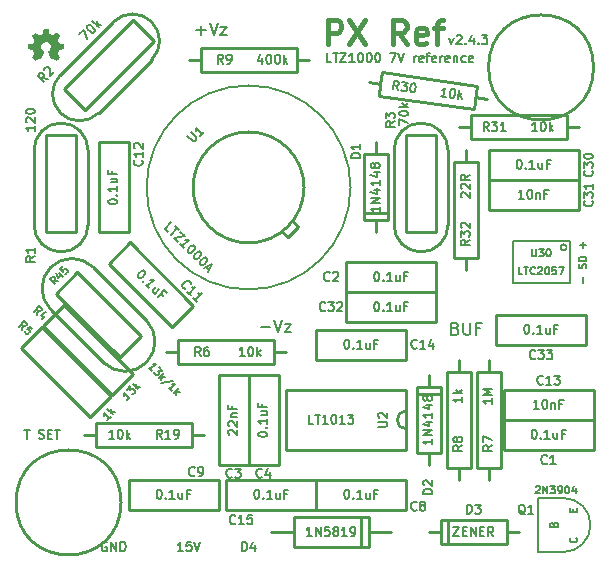
<source format=gto>
G04 (created by PCBNEW (2013-07-07 BZR 4022)-stable) date Tue 30 Aug 2022 12:13:58 AM CDT*
%MOIN*%
G04 Gerber Fmt 3.4, Leading zero omitted, Abs format*
%FSLAX34Y34*%
G01*
G70*
G90*
G04 APERTURE LIST*
%ADD10C,0.00590551*%
%ADD11C,0.005*%
%ADD12C,0.008*%
%ADD13C,0.006*%
%ADD14C,0.00787402*%
%ADD15C,0.007*%
%ADD16C,0.016*%
%ADD17C,0.01*%
%ADD18C,0.0001*%
G04 APERTURE END LIST*
G54D10*
G54D11*
X96905Y-35684D02*
X96905Y-35494D01*
X96989Y-35196D02*
X97001Y-35160D01*
X97001Y-35101D01*
X96989Y-35077D01*
X96977Y-35065D01*
X96953Y-35053D01*
X96929Y-35053D01*
X96905Y-35065D01*
X96894Y-35077D01*
X96882Y-35101D01*
X96870Y-35148D01*
X96858Y-35172D01*
X96846Y-35184D01*
X96822Y-35196D01*
X96798Y-35196D01*
X96775Y-35184D01*
X96763Y-35172D01*
X96751Y-35148D01*
X96751Y-35089D01*
X96763Y-35053D01*
X97001Y-34946D02*
X96751Y-34946D01*
X96751Y-34886D01*
X96763Y-34851D01*
X96786Y-34827D01*
X96810Y-34815D01*
X96858Y-34803D01*
X96894Y-34803D01*
X96941Y-34815D01*
X96965Y-34827D01*
X96989Y-34851D01*
X97001Y-34886D01*
X97001Y-34946D01*
X96905Y-34505D02*
X96905Y-34315D01*
X97001Y-34410D02*
X96810Y-34410D01*
G54D12*
X92647Y-37202D02*
X92704Y-37221D01*
X92723Y-37240D01*
X92742Y-37278D01*
X92742Y-37335D01*
X92723Y-37373D01*
X92704Y-37392D01*
X92666Y-37411D01*
X92514Y-37411D01*
X92514Y-37011D01*
X92647Y-37011D01*
X92685Y-37030D01*
X92704Y-37050D01*
X92723Y-37088D01*
X92723Y-37126D01*
X92704Y-37164D01*
X92685Y-37183D01*
X92647Y-37202D01*
X92514Y-37202D01*
X92914Y-37011D02*
X92914Y-37335D01*
X92933Y-37373D01*
X92952Y-37392D01*
X92990Y-37411D01*
X93066Y-37411D01*
X93104Y-37392D01*
X93123Y-37373D01*
X93142Y-37335D01*
X93142Y-37011D01*
X93466Y-37202D02*
X93333Y-37202D01*
X93333Y-37411D02*
X93333Y-37011D01*
X93523Y-37011D01*
G54D13*
X78278Y-40571D02*
X78450Y-40571D01*
X78364Y-40871D02*
X78364Y-40571D01*
X78764Y-40857D02*
X78807Y-40871D01*
X78878Y-40871D01*
X78907Y-40857D01*
X78921Y-40842D01*
X78935Y-40814D01*
X78935Y-40785D01*
X78921Y-40757D01*
X78907Y-40742D01*
X78878Y-40728D01*
X78821Y-40714D01*
X78792Y-40700D01*
X78778Y-40685D01*
X78764Y-40657D01*
X78764Y-40628D01*
X78778Y-40600D01*
X78792Y-40585D01*
X78821Y-40571D01*
X78892Y-40571D01*
X78935Y-40585D01*
X79064Y-40714D02*
X79164Y-40714D01*
X79207Y-40871D02*
X79064Y-40871D01*
X79064Y-40571D01*
X79207Y-40571D01*
X79292Y-40571D02*
X79464Y-40571D01*
X79378Y-40871D02*
X79378Y-40571D01*
G54D14*
X89150Y-32500D02*
G75*
G03X89150Y-32500I-3400J0D01*
G74*
G01*
G54D13*
X92442Y-27521D02*
X92514Y-27721D01*
X92585Y-27521D01*
X92685Y-27450D02*
X92700Y-27435D01*
X92728Y-27421D01*
X92800Y-27421D01*
X92828Y-27435D01*
X92842Y-27450D01*
X92857Y-27478D01*
X92857Y-27507D01*
X92842Y-27550D01*
X92671Y-27721D01*
X92857Y-27721D01*
X92985Y-27692D02*
X92999Y-27707D01*
X92985Y-27721D01*
X92971Y-27707D01*
X92985Y-27692D01*
X92985Y-27721D01*
X93257Y-27521D02*
X93257Y-27721D01*
X93185Y-27407D02*
X93114Y-27621D01*
X93299Y-27621D01*
X93414Y-27692D02*
X93428Y-27707D01*
X93414Y-27721D01*
X93399Y-27707D01*
X93414Y-27692D01*
X93414Y-27721D01*
X93528Y-27421D02*
X93714Y-27421D01*
X93614Y-27535D01*
X93657Y-27535D01*
X93685Y-27550D01*
X93699Y-27564D01*
X93714Y-27592D01*
X93714Y-27664D01*
X93699Y-27692D01*
X93685Y-27707D01*
X93657Y-27721D01*
X93571Y-27721D01*
X93542Y-27707D01*
X93528Y-27692D01*
G54D15*
X88514Y-28321D02*
X88371Y-28321D01*
X88371Y-28021D01*
X88571Y-28021D02*
X88742Y-28021D01*
X88657Y-28321D02*
X88657Y-28021D01*
X88814Y-28021D02*
X89014Y-28021D01*
X88814Y-28321D01*
X89014Y-28321D01*
X89285Y-28321D02*
X89114Y-28321D01*
X89199Y-28321D02*
X89199Y-28021D01*
X89171Y-28064D01*
X89142Y-28092D01*
X89114Y-28107D01*
X89471Y-28021D02*
X89499Y-28021D01*
X89528Y-28035D01*
X89542Y-28050D01*
X89557Y-28078D01*
X89571Y-28135D01*
X89571Y-28207D01*
X89557Y-28264D01*
X89542Y-28292D01*
X89528Y-28307D01*
X89499Y-28321D01*
X89471Y-28321D01*
X89442Y-28307D01*
X89428Y-28292D01*
X89414Y-28264D01*
X89399Y-28207D01*
X89399Y-28135D01*
X89414Y-28078D01*
X89428Y-28050D01*
X89442Y-28035D01*
X89471Y-28021D01*
X89757Y-28021D02*
X89785Y-28021D01*
X89814Y-28035D01*
X89828Y-28050D01*
X89842Y-28078D01*
X89857Y-28135D01*
X89857Y-28207D01*
X89842Y-28264D01*
X89828Y-28292D01*
X89814Y-28307D01*
X89785Y-28321D01*
X89757Y-28321D01*
X89728Y-28307D01*
X89714Y-28292D01*
X89699Y-28264D01*
X89685Y-28207D01*
X89685Y-28135D01*
X89699Y-28078D01*
X89714Y-28050D01*
X89728Y-28035D01*
X89757Y-28021D01*
X90042Y-28021D02*
X90071Y-28021D01*
X90099Y-28035D01*
X90114Y-28050D01*
X90128Y-28078D01*
X90142Y-28135D01*
X90142Y-28207D01*
X90128Y-28264D01*
X90114Y-28292D01*
X90099Y-28307D01*
X90071Y-28321D01*
X90042Y-28321D01*
X90014Y-28307D01*
X89999Y-28292D01*
X89985Y-28264D01*
X89971Y-28207D01*
X89971Y-28135D01*
X89985Y-28078D01*
X89999Y-28050D01*
X90014Y-28035D01*
X90042Y-28021D01*
X90471Y-28021D02*
X90671Y-28021D01*
X90542Y-28321D01*
X90742Y-28021D02*
X90842Y-28321D01*
X90942Y-28021D01*
X91271Y-28321D02*
X91271Y-28121D01*
X91271Y-28178D02*
X91285Y-28150D01*
X91299Y-28135D01*
X91328Y-28121D01*
X91357Y-28121D01*
X91571Y-28307D02*
X91542Y-28321D01*
X91485Y-28321D01*
X91457Y-28307D01*
X91442Y-28278D01*
X91442Y-28164D01*
X91457Y-28135D01*
X91485Y-28121D01*
X91542Y-28121D01*
X91571Y-28135D01*
X91585Y-28164D01*
X91585Y-28192D01*
X91442Y-28221D01*
X91671Y-28121D02*
X91785Y-28121D01*
X91714Y-28321D02*
X91714Y-28064D01*
X91728Y-28035D01*
X91757Y-28021D01*
X91785Y-28021D01*
X91999Y-28307D02*
X91971Y-28321D01*
X91914Y-28321D01*
X91885Y-28307D01*
X91871Y-28278D01*
X91871Y-28164D01*
X91885Y-28135D01*
X91914Y-28121D01*
X91971Y-28121D01*
X91999Y-28135D01*
X92014Y-28164D01*
X92014Y-28192D01*
X91871Y-28221D01*
X92142Y-28321D02*
X92142Y-28121D01*
X92142Y-28178D02*
X92157Y-28150D01*
X92171Y-28135D01*
X92199Y-28121D01*
X92228Y-28121D01*
X92442Y-28307D02*
X92414Y-28321D01*
X92357Y-28321D01*
X92328Y-28307D01*
X92314Y-28278D01*
X92314Y-28164D01*
X92328Y-28135D01*
X92357Y-28121D01*
X92414Y-28121D01*
X92442Y-28135D01*
X92457Y-28164D01*
X92457Y-28192D01*
X92314Y-28221D01*
X92585Y-28121D02*
X92585Y-28321D01*
X92585Y-28150D02*
X92599Y-28135D01*
X92628Y-28121D01*
X92671Y-28121D01*
X92699Y-28135D01*
X92714Y-28164D01*
X92714Y-28321D01*
X92985Y-28307D02*
X92957Y-28321D01*
X92899Y-28321D01*
X92871Y-28307D01*
X92857Y-28292D01*
X92842Y-28264D01*
X92842Y-28178D01*
X92857Y-28150D01*
X92871Y-28135D01*
X92899Y-28121D01*
X92957Y-28121D01*
X92985Y-28135D01*
X93228Y-28307D02*
X93199Y-28321D01*
X93142Y-28321D01*
X93114Y-28307D01*
X93099Y-28278D01*
X93099Y-28164D01*
X93114Y-28135D01*
X93142Y-28121D01*
X93199Y-28121D01*
X93228Y-28135D01*
X93242Y-28164D01*
X93242Y-28192D01*
X93099Y-28221D01*
G54D16*
X88390Y-27723D02*
X88390Y-26923D01*
X88695Y-26923D01*
X88771Y-26961D01*
X88809Y-27000D01*
X88847Y-27076D01*
X88847Y-27190D01*
X88809Y-27266D01*
X88771Y-27304D01*
X88695Y-27342D01*
X88390Y-27342D01*
X89114Y-26923D02*
X89647Y-27723D01*
X89647Y-26923D02*
X89114Y-27723D01*
X91019Y-27723D02*
X90752Y-27342D01*
X90561Y-27723D02*
X90561Y-26923D01*
X90866Y-26923D01*
X90942Y-26961D01*
X90980Y-27000D01*
X91019Y-27076D01*
X91019Y-27190D01*
X90980Y-27266D01*
X90942Y-27304D01*
X90866Y-27342D01*
X90561Y-27342D01*
X91666Y-27685D02*
X91590Y-27723D01*
X91438Y-27723D01*
X91361Y-27685D01*
X91323Y-27609D01*
X91323Y-27304D01*
X91361Y-27228D01*
X91438Y-27190D01*
X91590Y-27190D01*
X91666Y-27228D01*
X91704Y-27304D01*
X91704Y-27380D01*
X91323Y-27457D01*
X91933Y-27190D02*
X92238Y-27190D01*
X92047Y-27723D02*
X92047Y-27038D01*
X92085Y-26961D01*
X92161Y-26923D01*
X92238Y-26923D01*
G54D13*
X81021Y-44335D02*
X80992Y-44321D01*
X80950Y-44321D01*
X80907Y-44335D01*
X80878Y-44364D01*
X80864Y-44392D01*
X80850Y-44450D01*
X80850Y-44492D01*
X80864Y-44550D01*
X80878Y-44578D01*
X80907Y-44607D01*
X80950Y-44621D01*
X80978Y-44621D01*
X81021Y-44607D01*
X81035Y-44592D01*
X81035Y-44492D01*
X80978Y-44492D01*
X81164Y-44621D02*
X81164Y-44321D01*
X81335Y-44621D01*
X81335Y-44321D01*
X81478Y-44621D02*
X81478Y-44321D01*
X81550Y-44321D01*
X81592Y-44335D01*
X81621Y-44364D01*
X81635Y-44392D01*
X81650Y-44450D01*
X81650Y-44492D01*
X81635Y-44550D01*
X81621Y-44578D01*
X81592Y-44607D01*
X81550Y-44621D01*
X81478Y-44621D01*
X83564Y-44621D02*
X83392Y-44621D01*
X83478Y-44621D02*
X83478Y-44321D01*
X83450Y-44364D01*
X83421Y-44392D01*
X83392Y-44407D01*
X83835Y-44321D02*
X83692Y-44321D01*
X83678Y-44464D01*
X83692Y-44450D01*
X83721Y-44435D01*
X83792Y-44435D01*
X83821Y-44450D01*
X83835Y-44464D01*
X83850Y-44492D01*
X83850Y-44564D01*
X83835Y-44592D01*
X83821Y-44607D01*
X83792Y-44621D01*
X83721Y-44621D01*
X83692Y-44607D01*
X83678Y-44592D01*
X83935Y-44321D02*
X84035Y-44621D01*
X84135Y-44321D01*
G54D12*
X86164Y-37159D02*
X86469Y-37159D01*
X86602Y-36911D02*
X86735Y-37311D01*
X86869Y-36911D01*
X86964Y-37045D02*
X87173Y-37045D01*
X86964Y-37311D01*
X87173Y-37311D01*
X84014Y-27259D02*
X84319Y-27259D01*
X84166Y-27411D02*
X84166Y-27107D01*
X84452Y-27011D02*
X84585Y-27411D01*
X84719Y-27011D01*
X84814Y-27145D02*
X85023Y-27145D01*
X84814Y-27411D01*
X85023Y-27411D01*
G54D10*
X96250Y-42850D02*
X95400Y-42850D01*
X95400Y-42850D02*
X95400Y-44650D01*
X95400Y-44650D02*
X96250Y-44650D01*
X96250Y-44650D02*
G75*
G03X97150Y-43750I0J900D01*
G74*
G01*
X97150Y-43750D02*
G75*
G03X96250Y-42850I-900J0D01*
G74*
G01*
G54D17*
X92750Y-38250D02*
X92750Y-38650D01*
X92750Y-38650D02*
X93150Y-38650D01*
X93150Y-38650D02*
X93150Y-41850D01*
X93150Y-41850D02*
X92350Y-41850D01*
X92350Y-41850D02*
X92350Y-38650D01*
X92350Y-38650D02*
X92750Y-38650D01*
X92750Y-42250D02*
X92750Y-41850D01*
X93750Y-42250D02*
X93750Y-41850D01*
X93750Y-41850D02*
X93350Y-41850D01*
X93350Y-41850D02*
X93350Y-38650D01*
X93350Y-38650D02*
X94150Y-38650D01*
X94150Y-38650D02*
X94150Y-41850D01*
X94150Y-41850D02*
X93750Y-41850D01*
X93750Y-38250D02*
X93750Y-38650D01*
X83000Y-38000D02*
X83400Y-38000D01*
X83400Y-38000D02*
X83400Y-37600D01*
X83400Y-37600D02*
X86600Y-37600D01*
X86600Y-37600D02*
X86600Y-38400D01*
X86600Y-38400D02*
X83400Y-38400D01*
X83400Y-38400D02*
X83400Y-38000D01*
X87000Y-38000D02*
X86600Y-38000D01*
X83750Y-28250D02*
X84150Y-28250D01*
X84150Y-28250D02*
X84150Y-27850D01*
X84150Y-27850D02*
X87350Y-27850D01*
X87350Y-27850D02*
X87350Y-28650D01*
X87350Y-28650D02*
X84150Y-28650D01*
X84150Y-28650D02*
X84150Y-28250D01*
X87750Y-28250D02*
X87350Y-28250D01*
X84250Y-40750D02*
X83850Y-40750D01*
X83850Y-40750D02*
X83850Y-41150D01*
X83850Y-41150D02*
X80650Y-41150D01*
X80650Y-41150D02*
X80650Y-40350D01*
X80650Y-40350D02*
X83850Y-40350D01*
X83850Y-40350D02*
X83850Y-40750D01*
X80250Y-40750D02*
X80650Y-40750D01*
X90700Y-40250D02*
G75*
G03X91000Y-40550I300J0D01*
G74*
G01*
X91000Y-39950D02*
G75*
G03X90700Y-40250I0J-300D01*
G74*
G01*
X91000Y-41250D02*
X87000Y-41250D01*
X87000Y-41250D02*
X87000Y-39250D01*
X87000Y-39250D02*
X91000Y-39250D01*
X91000Y-39250D02*
X91000Y-41250D01*
X97250Y-28500D02*
G75*
G03X97250Y-28500I-1750J0D01*
G74*
G01*
X97250Y-40250D02*
X97250Y-41250D01*
X94250Y-40250D02*
X94250Y-41250D01*
X97250Y-41250D02*
X94250Y-41250D01*
X94250Y-40250D02*
X97250Y-40250D01*
X89000Y-37000D02*
X89000Y-36000D01*
X92000Y-37000D02*
X92000Y-36000D01*
X89000Y-36000D02*
X92000Y-36000D01*
X92000Y-37000D02*
X89000Y-37000D01*
X84750Y-38750D02*
X85750Y-38750D01*
X84750Y-41750D02*
X85750Y-41750D01*
X85750Y-38750D02*
X85750Y-41750D01*
X84750Y-41750D02*
X84750Y-38750D01*
X85750Y-38750D02*
X86750Y-38750D01*
X85750Y-41750D02*
X86750Y-41750D01*
X86750Y-38750D02*
X86750Y-41750D01*
X85750Y-41750D02*
X85750Y-38750D01*
X91000Y-42250D02*
X91000Y-43250D01*
X88000Y-42250D02*
X88000Y-43250D01*
X91000Y-43250D02*
X88000Y-43250D01*
X88000Y-42250D02*
X91000Y-42250D01*
X83914Y-36457D02*
X83207Y-37164D01*
X81792Y-34335D02*
X81085Y-35042D01*
X83207Y-37164D02*
X81085Y-35042D01*
X81792Y-34335D02*
X83914Y-36457D01*
X81750Y-34000D02*
X80750Y-34000D01*
X81750Y-31000D02*
X80750Y-31000D01*
X80750Y-34000D02*
X80750Y-31000D01*
X81750Y-31000D02*
X81750Y-34000D01*
X94250Y-40250D02*
X94250Y-39250D01*
X97250Y-40250D02*
X97250Y-39250D01*
X94250Y-39250D02*
X97250Y-39250D01*
X97250Y-40250D02*
X94250Y-40250D01*
X88000Y-38250D02*
X88000Y-37250D01*
X91000Y-38250D02*
X91000Y-37250D01*
X88000Y-37250D02*
X91000Y-37250D01*
X91000Y-38250D02*
X88000Y-38250D01*
X85000Y-43250D02*
X85000Y-42250D01*
X88000Y-43250D02*
X88000Y-42250D01*
X85000Y-42250D02*
X88000Y-42250D01*
X88000Y-43250D02*
X85000Y-43250D01*
X86500Y-44000D02*
X87250Y-44000D01*
X89750Y-44000D02*
X90500Y-44000D01*
X89500Y-43500D02*
X89500Y-44500D01*
X87250Y-44500D02*
X89750Y-44500D01*
X87250Y-43500D02*
X87250Y-44500D01*
X89750Y-43500D02*
X89750Y-44500D01*
X87250Y-43500D02*
X89750Y-43500D01*
X91750Y-41350D02*
X91750Y-41750D01*
X91750Y-39150D02*
X91750Y-38750D01*
X92150Y-41350D02*
X92150Y-39150D01*
X91350Y-39150D02*
X91350Y-41350D01*
X91350Y-39400D02*
X92150Y-39400D01*
X91750Y-39150D02*
X91350Y-39150D01*
X91350Y-41350D02*
X91750Y-41350D01*
X91750Y-41350D02*
X92150Y-41350D01*
X92150Y-39150D02*
X91750Y-39150D01*
X90000Y-31400D02*
X90000Y-31000D01*
X90000Y-33600D02*
X90000Y-34000D01*
X89600Y-31400D02*
X89600Y-33600D01*
X90400Y-33600D02*
X90400Y-31400D01*
X90400Y-33350D02*
X89600Y-33350D01*
X90000Y-33600D02*
X90400Y-33600D01*
X90400Y-31400D02*
X90000Y-31400D01*
X90000Y-31400D02*
X89600Y-31400D01*
X89600Y-33600D02*
X90000Y-33600D01*
X94350Y-44000D02*
X94750Y-44000D01*
X92150Y-44000D02*
X91750Y-44000D01*
X94350Y-43600D02*
X92150Y-43600D01*
X92150Y-44400D02*
X94350Y-44400D01*
X92400Y-44400D02*
X92400Y-43600D01*
X92150Y-44000D02*
X92150Y-44400D01*
X94350Y-44400D02*
X94350Y-44000D01*
X94350Y-44000D02*
X94350Y-43600D01*
X92150Y-43600D02*
X92150Y-44000D01*
X79585Y-29207D02*
X81883Y-26909D01*
X82590Y-27616D02*
X80292Y-29914D01*
X79479Y-28747D02*
X81247Y-26979D01*
X82520Y-28252D02*
X80752Y-30020D01*
X79479Y-30020D02*
G75*
G03X80752Y-30020I636J636D01*
G74*
G01*
X79479Y-28747D02*
G75*
G03X79479Y-30020I636J-636D01*
G74*
G01*
X82520Y-26979D02*
G75*
G03X81247Y-26979I-636J-636D01*
G74*
G01*
X82520Y-28252D02*
G75*
G03X82520Y-26979I-636J636D01*
G74*
G01*
X79479Y-30020D02*
G75*
G03X80752Y-30020I636J636D01*
G74*
G01*
X80292Y-29914D02*
X79585Y-29207D01*
X81883Y-26909D02*
X82590Y-27616D01*
X79000Y-34000D02*
X79000Y-30750D01*
X80000Y-30750D02*
X80000Y-34000D01*
X78600Y-33750D02*
X78600Y-31250D01*
X80400Y-31250D02*
X80400Y-33750D01*
X79500Y-34650D02*
G75*
G03X80400Y-33750I0J900D01*
G74*
G01*
X78600Y-33750D02*
G75*
G03X79500Y-34650I900J0D01*
G74*
G01*
X79500Y-30350D02*
G75*
G03X78600Y-31250I0J-900D01*
G74*
G01*
X80400Y-31250D02*
G75*
G03X79500Y-30350I-900J0D01*
G74*
G01*
X79500Y-34650D02*
G75*
G03X80400Y-33750I0J900D01*
G74*
G01*
X80000Y-34000D02*
X79000Y-34000D01*
X79000Y-30750D02*
X80000Y-30750D01*
X91000Y-34000D02*
X91000Y-30750D01*
X92000Y-30750D02*
X92000Y-34000D01*
X90600Y-33750D02*
X90600Y-31250D01*
X92400Y-31250D02*
X92400Y-33750D01*
X91500Y-34650D02*
G75*
G03X92400Y-33750I0J900D01*
G74*
G01*
X90600Y-33750D02*
G75*
G03X91500Y-34650I900J0D01*
G74*
G01*
X91500Y-30350D02*
G75*
G03X90600Y-31250I0J-900D01*
G74*
G01*
X92400Y-31250D02*
G75*
G03X91500Y-30350I-900J0D01*
G74*
G01*
X91500Y-34650D02*
G75*
G03X92400Y-33750I0J900D01*
G74*
G01*
X92000Y-34000D02*
X91000Y-34000D01*
X91000Y-30750D02*
X92000Y-30750D01*
X81500Y-43000D02*
G75*
G03X81500Y-43000I-1750J0D01*
G74*
G01*
G54D11*
X96350Y-34500D02*
G75*
G03X96350Y-34500I-100J0D01*
G74*
G01*
X94550Y-35700D02*
X94550Y-34300D01*
X96450Y-35700D02*
X96450Y-34300D01*
X96450Y-34300D02*
X94550Y-34300D01*
X96450Y-35700D02*
X94550Y-35700D01*
G54D17*
X89750Y-29000D02*
X90146Y-29055D01*
X90146Y-29055D02*
X90201Y-28659D01*
X90201Y-28659D02*
X93370Y-29104D01*
X93370Y-29104D02*
X93259Y-29897D01*
X93259Y-29897D02*
X90090Y-29451D01*
X90090Y-29451D02*
X90146Y-29055D01*
X93711Y-29556D02*
X93314Y-29501D01*
X96750Y-30500D02*
X96350Y-30500D01*
X96350Y-30500D02*
X96350Y-30900D01*
X96350Y-30900D02*
X93150Y-30900D01*
X93150Y-30900D02*
X93150Y-30100D01*
X93150Y-30100D02*
X96350Y-30100D01*
X96350Y-30100D02*
X96350Y-30500D01*
X92750Y-30500D02*
X93150Y-30500D01*
X93000Y-31250D02*
X93000Y-31650D01*
X93000Y-31650D02*
X93400Y-31650D01*
X93400Y-31650D02*
X93400Y-34850D01*
X93400Y-34850D02*
X92600Y-34850D01*
X92600Y-34850D02*
X92600Y-31650D01*
X92600Y-31650D02*
X93000Y-31650D01*
X93000Y-35250D02*
X93000Y-34850D01*
X96750Y-31250D02*
X96750Y-32250D01*
X93750Y-31250D02*
X93750Y-32250D01*
X96750Y-32250D02*
X93750Y-32250D01*
X93750Y-31250D02*
X96750Y-31250D01*
X93750Y-33250D02*
X93750Y-32250D01*
X96750Y-33250D02*
X96750Y-32250D01*
X93750Y-32250D02*
X96750Y-32250D01*
X96750Y-33250D02*
X93750Y-33250D01*
X94000Y-37750D02*
X94000Y-36750D01*
X97000Y-37750D02*
X97000Y-36750D01*
X94000Y-36750D02*
X97000Y-36750D01*
X97000Y-37750D02*
X94000Y-37750D01*
X78909Y-37116D02*
X81207Y-39414D01*
X79616Y-36409D02*
X81914Y-38707D01*
X81914Y-38707D02*
X81207Y-39414D01*
X78909Y-37116D02*
X79616Y-36409D01*
X78159Y-37866D02*
X80457Y-40164D01*
X78866Y-37159D02*
X81164Y-39457D01*
X81164Y-39457D02*
X80457Y-40164D01*
X78159Y-37866D02*
X78866Y-37159D01*
X80042Y-35335D02*
X82164Y-37457D01*
X82164Y-37457D02*
X81457Y-38164D01*
X81457Y-38164D02*
X79335Y-36042D01*
X79335Y-36042D02*
X80042Y-35335D01*
X79159Y-36573D02*
X80926Y-38340D01*
X80573Y-35159D02*
X82340Y-36926D01*
X80926Y-38340D02*
G75*
G03X82340Y-38340I707J707D01*
G74*
G01*
X82340Y-38340D02*
G75*
G03X82340Y-36926I-707J707D01*
G74*
G01*
X80573Y-35159D02*
G75*
G03X79159Y-35159I-707J-707D01*
G74*
G01*
X79159Y-35159D02*
G75*
G03X79159Y-36573I707J-707D01*
G74*
G01*
G54D18*
G36*
X78642Y-28280D02*
X78649Y-28277D01*
X78662Y-28268D01*
X78682Y-28255D01*
X78705Y-28240D01*
X78729Y-28224D01*
X78748Y-28211D01*
X78762Y-28202D01*
X78767Y-28199D01*
X78770Y-28200D01*
X78781Y-28206D01*
X78797Y-28214D01*
X78807Y-28219D01*
X78822Y-28225D01*
X78829Y-28227D01*
X78830Y-28225D01*
X78836Y-28213D01*
X78844Y-28194D01*
X78855Y-28168D01*
X78868Y-28138D01*
X78882Y-28106D01*
X78895Y-28073D01*
X78908Y-28042D01*
X78920Y-28013D01*
X78929Y-27990D01*
X78935Y-27974D01*
X78938Y-27967D01*
X78937Y-27966D01*
X78930Y-27959D01*
X78917Y-27949D01*
X78889Y-27926D01*
X78861Y-27892D01*
X78844Y-27853D01*
X78839Y-27809D01*
X78843Y-27769D01*
X78859Y-27731D01*
X78886Y-27696D01*
X78919Y-27670D01*
X78957Y-27654D01*
X79000Y-27649D01*
X79041Y-27653D01*
X79080Y-27669D01*
X79115Y-27695D01*
X79130Y-27712D01*
X79150Y-27748D01*
X79162Y-27785D01*
X79163Y-27794D01*
X79161Y-27836D01*
X79149Y-27876D01*
X79127Y-27911D01*
X79097Y-27940D01*
X79093Y-27943D01*
X79079Y-27954D01*
X79069Y-27961D01*
X79062Y-27967D01*
X79115Y-28094D01*
X79123Y-28114D01*
X79138Y-28149D01*
X79150Y-28179D01*
X79161Y-28203D01*
X79168Y-28219D01*
X79171Y-28225D01*
X79171Y-28225D01*
X79176Y-28226D01*
X79185Y-28223D01*
X79203Y-28214D01*
X79215Y-28208D01*
X79228Y-28202D01*
X79234Y-28199D01*
X79240Y-28202D01*
X79253Y-28210D01*
X79271Y-28223D01*
X79294Y-28238D01*
X79316Y-28253D01*
X79336Y-28266D01*
X79350Y-28276D01*
X79357Y-28279D01*
X79358Y-28279D01*
X79365Y-28276D01*
X79376Y-28266D01*
X79393Y-28250D01*
X79418Y-28226D01*
X79422Y-28222D01*
X79442Y-28202D01*
X79458Y-28184D01*
X79469Y-28172D01*
X79473Y-28167D01*
X79473Y-28167D01*
X79469Y-28160D01*
X79460Y-28145D01*
X79447Y-28125D01*
X79431Y-28101D01*
X79389Y-28040D01*
X79412Y-27983D01*
X79419Y-27965D01*
X79428Y-27943D01*
X79435Y-27928D01*
X79438Y-27921D01*
X79445Y-27919D01*
X79460Y-27915D01*
X79483Y-27911D01*
X79511Y-27906D01*
X79537Y-27901D01*
X79560Y-27896D01*
X79577Y-27893D01*
X79585Y-27892D01*
X79587Y-27890D01*
X79588Y-27887D01*
X79589Y-27879D01*
X79590Y-27864D01*
X79590Y-27842D01*
X79590Y-27809D01*
X79590Y-27806D01*
X79590Y-27775D01*
X79589Y-27750D01*
X79588Y-27735D01*
X79587Y-27728D01*
X79587Y-27728D01*
X79580Y-27726D01*
X79563Y-27723D01*
X79540Y-27718D01*
X79512Y-27713D01*
X79510Y-27713D01*
X79482Y-27707D01*
X79459Y-27702D01*
X79442Y-27699D01*
X79435Y-27696D01*
X79434Y-27694D01*
X79428Y-27683D01*
X79420Y-27666D01*
X79411Y-27645D01*
X79402Y-27623D01*
X79394Y-27603D01*
X79389Y-27589D01*
X79387Y-27582D01*
X79387Y-27582D01*
X79391Y-27575D01*
X79401Y-27561D01*
X79415Y-27541D01*
X79431Y-27517D01*
X79432Y-27515D01*
X79448Y-27491D01*
X79461Y-27471D01*
X79470Y-27457D01*
X79473Y-27451D01*
X79473Y-27450D01*
X79468Y-27443D01*
X79456Y-27430D01*
X79438Y-27412D01*
X79418Y-27391D01*
X79411Y-27385D01*
X79388Y-27362D01*
X79372Y-27348D01*
X79362Y-27340D01*
X79358Y-27338D01*
X79357Y-27338D01*
X79350Y-27342D01*
X79335Y-27352D01*
X79315Y-27366D01*
X79291Y-27382D01*
X79290Y-27383D01*
X79266Y-27399D01*
X79246Y-27413D01*
X79232Y-27422D01*
X79226Y-27425D01*
X79225Y-27425D01*
X79216Y-27423D01*
X79199Y-27417D01*
X79178Y-27409D01*
X79156Y-27400D01*
X79136Y-27392D01*
X79122Y-27385D01*
X79115Y-27381D01*
X79114Y-27381D01*
X79112Y-27372D01*
X79108Y-27354D01*
X79103Y-27330D01*
X79097Y-27301D01*
X79096Y-27297D01*
X79091Y-27268D01*
X79087Y-27245D01*
X79083Y-27229D01*
X79082Y-27222D01*
X79078Y-27222D01*
X79064Y-27221D01*
X79043Y-27220D01*
X79017Y-27220D01*
X78991Y-27220D01*
X78965Y-27220D01*
X78943Y-27221D01*
X78927Y-27222D01*
X78920Y-27224D01*
X78920Y-27224D01*
X78918Y-27233D01*
X78914Y-27250D01*
X78909Y-27275D01*
X78903Y-27304D01*
X78902Y-27309D01*
X78897Y-27337D01*
X78892Y-27360D01*
X78889Y-27376D01*
X78887Y-27382D01*
X78885Y-27383D01*
X78873Y-27389D01*
X78854Y-27396D01*
X78831Y-27406D01*
X78777Y-27428D01*
X78711Y-27382D01*
X78705Y-27378D01*
X78681Y-27362D01*
X78661Y-27349D01*
X78647Y-27340D01*
X78642Y-27337D01*
X78641Y-27337D01*
X78635Y-27343D01*
X78622Y-27355D01*
X78604Y-27373D01*
X78583Y-27393D01*
X78567Y-27409D01*
X78549Y-27427D01*
X78538Y-27440D01*
X78531Y-27448D01*
X78529Y-27453D01*
X78530Y-27456D01*
X78534Y-27463D01*
X78544Y-27477D01*
X78557Y-27498D01*
X78573Y-27521D01*
X78587Y-27541D01*
X78601Y-27563D01*
X78610Y-27579D01*
X78614Y-27586D01*
X78613Y-27590D01*
X78608Y-27603D01*
X78600Y-27622D01*
X78590Y-27646D01*
X78567Y-27698D01*
X78533Y-27705D01*
X78512Y-27709D01*
X78483Y-27714D01*
X78455Y-27720D01*
X78411Y-27728D01*
X78410Y-27887D01*
X78417Y-27890D01*
X78423Y-27892D01*
X78439Y-27896D01*
X78462Y-27900D01*
X78489Y-27905D01*
X78513Y-27910D01*
X78536Y-27914D01*
X78553Y-27917D01*
X78560Y-27919D01*
X78562Y-27921D01*
X78568Y-27933D01*
X78576Y-27951D01*
X78585Y-27972D01*
X78595Y-27995D01*
X78603Y-28015D01*
X78609Y-28031D01*
X78611Y-28039D01*
X78608Y-28045D01*
X78599Y-28059D01*
X78586Y-28079D01*
X78570Y-28102D01*
X78554Y-28125D01*
X78541Y-28145D01*
X78531Y-28159D01*
X78528Y-28166D01*
X78530Y-28170D01*
X78539Y-28181D01*
X78556Y-28199D01*
X78582Y-28225D01*
X78587Y-28229D01*
X78607Y-28249D01*
X78625Y-28265D01*
X78637Y-28276D01*
X78642Y-28280D01*
X78642Y-28280D01*
G37*
G54D17*
X87600Y-32500D02*
G75*
G03X87600Y-32500I-1850J0D01*
G74*
G01*
X87058Y-34161D02*
X86881Y-33984D01*
X87411Y-33808D02*
X87234Y-33631D01*
X87411Y-33808D02*
X87058Y-34161D01*
X81750Y-43250D02*
X81750Y-42250D01*
X84750Y-43250D02*
X84750Y-42250D01*
X81750Y-42250D02*
X84750Y-42250D01*
X84750Y-43250D02*
X81750Y-43250D01*
X89000Y-36000D02*
X89000Y-35000D01*
X92000Y-36000D02*
X92000Y-35000D01*
X89000Y-35000D02*
X92000Y-35000D01*
X92000Y-36000D02*
X89000Y-36000D01*
G54D13*
X94971Y-43400D02*
X94942Y-43385D01*
X94914Y-43357D01*
X94871Y-43314D01*
X94842Y-43300D01*
X94814Y-43300D01*
X94828Y-43371D02*
X94800Y-43357D01*
X94771Y-43328D01*
X94757Y-43271D01*
X94757Y-43171D01*
X94771Y-43114D01*
X94800Y-43085D01*
X94828Y-43071D01*
X94885Y-43071D01*
X94914Y-43085D01*
X94942Y-43114D01*
X94957Y-43171D01*
X94957Y-43271D01*
X94942Y-43328D01*
X94914Y-43357D01*
X94885Y-43371D01*
X94828Y-43371D01*
X95242Y-43371D02*
X95071Y-43371D01*
X95157Y-43371D02*
X95157Y-43071D01*
X95128Y-43114D01*
X95100Y-43142D01*
X95071Y-43157D01*
G54D11*
X95321Y-42475D02*
X95333Y-42463D01*
X95357Y-42451D01*
X95416Y-42451D01*
X95440Y-42463D01*
X95452Y-42475D01*
X95464Y-42498D01*
X95464Y-42522D01*
X95452Y-42558D01*
X95309Y-42701D01*
X95464Y-42701D01*
X95571Y-42701D02*
X95571Y-42451D01*
X95714Y-42701D01*
X95714Y-42451D01*
X95809Y-42451D02*
X95964Y-42451D01*
X95880Y-42546D01*
X95916Y-42546D01*
X95940Y-42558D01*
X95952Y-42570D01*
X95964Y-42594D01*
X95964Y-42653D01*
X95952Y-42677D01*
X95940Y-42689D01*
X95916Y-42701D01*
X95845Y-42701D01*
X95821Y-42689D01*
X95809Y-42677D01*
X96083Y-42701D02*
X96130Y-42701D01*
X96154Y-42689D01*
X96166Y-42677D01*
X96190Y-42641D01*
X96202Y-42594D01*
X96202Y-42498D01*
X96190Y-42475D01*
X96178Y-42463D01*
X96154Y-42451D01*
X96107Y-42451D01*
X96083Y-42463D01*
X96071Y-42475D01*
X96059Y-42498D01*
X96059Y-42558D01*
X96071Y-42582D01*
X96083Y-42594D01*
X96107Y-42605D01*
X96154Y-42605D01*
X96178Y-42594D01*
X96190Y-42582D01*
X96202Y-42558D01*
X96357Y-42451D02*
X96380Y-42451D01*
X96404Y-42463D01*
X96416Y-42475D01*
X96428Y-42498D01*
X96440Y-42546D01*
X96440Y-42605D01*
X96428Y-42653D01*
X96416Y-42677D01*
X96404Y-42689D01*
X96380Y-42701D01*
X96357Y-42701D01*
X96333Y-42689D01*
X96321Y-42677D01*
X96309Y-42653D01*
X96297Y-42605D01*
X96297Y-42546D01*
X96309Y-42498D01*
X96321Y-42475D01*
X96333Y-42463D01*
X96357Y-42451D01*
X96654Y-42534D02*
X96654Y-42701D01*
X96595Y-42439D02*
X96535Y-42617D01*
X96690Y-42617D01*
X96570Y-43303D02*
X96570Y-43220D01*
X96701Y-43184D02*
X96701Y-43303D01*
X96451Y-43303D01*
X96451Y-43184D01*
X95920Y-43732D02*
X95932Y-43696D01*
X95944Y-43684D01*
X95967Y-43672D01*
X96003Y-43672D01*
X96027Y-43684D01*
X96039Y-43696D01*
X96051Y-43720D01*
X96051Y-43815D01*
X95801Y-43815D01*
X95801Y-43732D01*
X95813Y-43708D01*
X95825Y-43696D01*
X95848Y-43684D01*
X95872Y-43684D01*
X95896Y-43696D01*
X95908Y-43708D01*
X95920Y-43732D01*
X95920Y-43815D01*
X96677Y-44172D02*
X96689Y-44184D01*
X96701Y-44220D01*
X96701Y-44244D01*
X96689Y-44279D01*
X96665Y-44303D01*
X96641Y-44315D01*
X96594Y-44327D01*
X96558Y-44327D01*
X96510Y-44315D01*
X96486Y-44303D01*
X96463Y-44279D01*
X96451Y-44244D01*
X96451Y-44220D01*
X96463Y-44184D01*
X96475Y-44172D01*
G54D13*
X92871Y-41100D02*
X92728Y-41200D01*
X92871Y-41271D02*
X92571Y-41271D01*
X92571Y-41157D01*
X92585Y-41128D01*
X92600Y-41114D01*
X92628Y-41100D01*
X92671Y-41100D01*
X92700Y-41114D01*
X92714Y-41128D01*
X92728Y-41157D01*
X92728Y-41271D01*
X92700Y-40928D02*
X92685Y-40957D01*
X92671Y-40971D01*
X92642Y-40985D01*
X92628Y-40985D01*
X92600Y-40971D01*
X92585Y-40957D01*
X92571Y-40928D01*
X92571Y-40871D01*
X92585Y-40842D01*
X92600Y-40828D01*
X92628Y-40814D01*
X92642Y-40814D01*
X92671Y-40828D01*
X92685Y-40842D01*
X92700Y-40871D01*
X92700Y-40928D01*
X92714Y-40957D01*
X92728Y-40971D01*
X92757Y-40985D01*
X92814Y-40985D01*
X92842Y-40971D01*
X92857Y-40957D01*
X92871Y-40928D01*
X92871Y-40871D01*
X92857Y-40842D01*
X92842Y-40828D01*
X92814Y-40814D01*
X92757Y-40814D01*
X92728Y-40828D01*
X92714Y-40842D01*
X92700Y-40871D01*
X92871Y-39485D02*
X92871Y-39657D01*
X92871Y-39571D02*
X92571Y-39571D01*
X92614Y-39599D01*
X92642Y-39628D01*
X92657Y-39657D01*
X92871Y-39357D02*
X92571Y-39357D01*
X92757Y-39328D02*
X92871Y-39242D01*
X92671Y-39242D02*
X92785Y-39357D01*
X93871Y-41100D02*
X93728Y-41200D01*
X93871Y-41271D02*
X93571Y-41271D01*
X93571Y-41157D01*
X93585Y-41128D01*
X93600Y-41114D01*
X93628Y-41100D01*
X93671Y-41100D01*
X93700Y-41114D01*
X93714Y-41128D01*
X93728Y-41157D01*
X93728Y-41271D01*
X93571Y-41000D02*
X93571Y-40800D01*
X93871Y-40928D01*
X93871Y-39535D02*
X93871Y-39707D01*
X93871Y-39621D02*
X93571Y-39621D01*
X93614Y-39649D01*
X93642Y-39678D01*
X93657Y-39707D01*
X93871Y-39407D02*
X93571Y-39407D01*
X93785Y-39307D01*
X93571Y-39207D01*
X93871Y-39207D01*
X84150Y-38121D02*
X84050Y-37978D01*
X83978Y-38121D02*
X83978Y-37821D01*
X84092Y-37821D01*
X84121Y-37835D01*
X84135Y-37850D01*
X84150Y-37878D01*
X84150Y-37921D01*
X84135Y-37950D01*
X84121Y-37964D01*
X84092Y-37978D01*
X83978Y-37978D01*
X84407Y-37821D02*
X84350Y-37821D01*
X84321Y-37835D01*
X84307Y-37850D01*
X84278Y-37892D01*
X84264Y-37950D01*
X84264Y-38064D01*
X84278Y-38092D01*
X84292Y-38107D01*
X84321Y-38121D01*
X84378Y-38121D01*
X84407Y-38107D01*
X84421Y-38092D01*
X84435Y-38064D01*
X84435Y-37992D01*
X84421Y-37964D01*
X84407Y-37950D01*
X84378Y-37935D01*
X84321Y-37935D01*
X84292Y-37950D01*
X84278Y-37964D01*
X84264Y-37992D01*
X85621Y-38121D02*
X85450Y-38121D01*
X85535Y-38121D02*
X85535Y-37821D01*
X85507Y-37864D01*
X85478Y-37892D01*
X85450Y-37907D01*
X85807Y-37821D02*
X85835Y-37821D01*
X85864Y-37835D01*
X85878Y-37850D01*
X85892Y-37878D01*
X85907Y-37935D01*
X85907Y-38007D01*
X85892Y-38064D01*
X85878Y-38092D01*
X85864Y-38107D01*
X85835Y-38121D01*
X85807Y-38121D01*
X85778Y-38107D01*
X85764Y-38092D01*
X85750Y-38064D01*
X85735Y-38007D01*
X85735Y-37935D01*
X85750Y-37878D01*
X85764Y-37850D01*
X85778Y-37835D01*
X85807Y-37821D01*
X86035Y-38121D02*
X86035Y-37821D01*
X86064Y-38007D02*
X86150Y-38121D01*
X86150Y-37921D02*
X86035Y-38035D01*
X84900Y-28371D02*
X84800Y-28228D01*
X84728Y-28371D02*
X84728Y-28071D01*
X84842Y-28071D01*
X84871Y-28085D01*
X84885Y-28100D01*
X84900Y-28128D01*
X84900Y-28171D01*
X84885Y-28200D01*
X84871Y-28214D01*
X84842Y-28228D01*
X84728Y-28228D01*
X85042Y-28371D02*
X85100Y-28371D01*
X85128Y-28357D01*
X85142Y-28342D01*
X85171Y-28300D01*
X85185Y-28242D01*
X85185Y-28128D01*
X85171Y-28100D01*
X85157Y-28085D01*
X85128Y-28071D01*
X85071Y-28071D01*
X85042Y-28085D01*
X85028Y-28100D01*
X85014Y-28128D01*
X85014Y-28200D01*
X85028Y-28228D01*
X85042Y-28242D01*
X85071Y-28257D01*
X85128Y-28257D01*
X85157Y-28242D01*
X85171Y-28228D01*
X85185Y-28200D01*
X86200Y-28171D02*
X86200Y-28371D01*
X86128Y-28057D02*
X86057Y-28271D01*
X86242Y-28271D01*
X86414Y-28071D02*
X86442Y-28071D01*
X86471Y-28085D01*
X86485Y-28100D01*
X86500Y-28128D01*
X86514Y-28185D01*
X86514Y-28257D01*
X86500Y-28314D01*
X86485Y-28342D01*
X86471Y-28357D01*
X86442Y-28371D01*
X86414Y-28371D01*
X86385Y-28357D01*
X86371Y-28342D01*
X86357Y-28314D01*
X86342Y-28257D01*
X86342Y-28185D01*
X86357Y-28128D01*
X86371Y-28100D01*
X86385Y-28085D01*
X86414Y-28071D01*
X86700Y-28071D02*
X86728Y-28071D01*
X86757Y-28085D01*
X86771Y-28100D01*
X86785Y-28128D01*
X86800Y-28185D01*
X86800Y-28257D01*
X86785Y-28314D01*
X86771Y-28342D01*
X86757Y-28357D01*
X86728Y-28371D01*
X86700Y-28371D01*
X86671Y-28357D01*
X86657Y-28342D01*
X86642Y-28314D01*
X86628Y-28257D01*
X86628Y-28185D01*
X86642Y-28128D01*
X86657Y-28100D01*
X86671Y-28085D01*
X86700Y-28071D01*
X86928Y-28371D02*
X86928Y-28071D01*
X86957Y-28257D02*
X87042Y-28371D01*
X87042Y-28171D02*
X86928Y-28285D01*
X82857Y-40871D02*
X82757Y-40728D01*
X82685Y-40871D02*
X82685Y-40571D01*
X82800Y-40571D01*
X82828Y-40585D01*
X82842Y-40600D01*
X82857Y-40628D01*
X82857Y-40671D01*
X82842Y-40700D01*
X82828Y-40714D01*
X82800Y-40728D01*
X82685Y-40728D01*
X83142Y-40871D02*
X82971Y-40871D01*
X83057Y-40871D02*
X83057Y-40571D01*
X83028Y-40614D01*
X83000Y-40642D01*
X82971Y-40657D01*
X83285Y-40871D02*
X83342Y-40871D01*
X83371Y-40857D01*
X83385Y-40842D01*
X83414Y-40800D01*
X83428Y-40742D01*
X83428Y-40628D01*
X83414Y-40600D01*
X83400Y-40585D01*
X83371Y-40571D01*
X83314Y-40571D01*
X83285Y-40585D01*
X83271Y-40600D01*
X83257Y-40628D01*
X83257Y-40700D01*
X83271Y-40728D01*
X83285Y-40742D01*
X83314Y-40757D01*
X83371Y-40757D01*
X83400Y-40742D01*
X83414Y-40728D01*
X83428Y-40700D01*
X81271Y-40871D02*
X81100Y-40871D01*
X81185Y-40871D02*
X81185Y-40571D01*
X81157Y-40614D01*
X81128Y-40642D01*
X81100Y-40657D01*
X81457Y-40571D02*
X81485Y-40571D01*
X81514Y-40585D01*
X81528Y-40600D01*
X81542Y-40628D01*
X81557Y-40685D01*
X81557Y-40757D01*
X81542Y-40814D01*
X81528Y-40842D01*
X81514Y-40857D01*
X81485Y-40871D01*
X81457Y-40871D01*
X81428Y-40857D01*
X81414Y-40842D01*
X81400Y-40814D01*
X81385Y-40757D01*
X81385Y-40685D01*
X81400Y-40628D01*
X81414Y-40600D01*
X81428Y-40585D01*
X81457Y-40571D01*
X81685Y-40871D02*
X81685Y-40571D01*
X81714Y-40757D02*
X81800Y-40871D01*
X81800Y-40671D02*
X81685Y-40785D01*
X90071Y-40478D02*
X90314Y-40478D01*
X90342Y-40464D01*
X90357Y-40450D01*
X90371Y-40421D01*
X90371Y-40364D01*
X90357Y-40335D01*
X90342Y-40321D01*
X90314Y-40307D01*
X90071Y-40307D01*
X90100Y-40178D02*
X90085Y-40164D01*
X90071Y-40135D01*
X90071Y-40064D01*
X90085Y-40035D01*
X90100Y-40021D01*
X90128Y-40007D01*
X90157Y-40007D01*
X90200Y-40021D01*
X90371Y-40192D01*
X90371Y-40007D01*
X87907Y-40371D02*
X87764Y-40371D01*
X87764Y-40071D01*
X87964Y-40071D02*
X88135Y-40071D01*
X88050Y-40371D02*
X88050Y-40071D01*
X88392Y-40371D02*
X88221Y-40371D01*
X88307Y-40371D02*
X88307Y-40071D01*
X88278Y-40114D01*
X88250Y-40142D01*
X88221Y-40157D01*
X88578Y-40071D02*
X88607Y-40071D01*
X88635Y-40085D01*
X88650Y-40100D01*
X88664Y-40128D01*
X88678Y-40185D01*
X88678Y-40257D01*
X88664Y-40314D01*
X88650Y-40342D01*
X88635Y-40357D01*
X88607Y-40371D01*
X88578Y-40371D01*
X88550Y-40357D01*
X88535Y-40342D01*
X88521Y-40314D01*
X88507Y-40257D01*
X88507Y-40185D01*
X88521Y-40128D01*
X88535Y-40100D01*
X88550Y-40085D01*
X88578Y-40071D01*
X88964Y-40371D02*
X88792Y-40371D01*
X88878Y-40371D02*
X88878Y-40071D01*
X88850Y-40114D01*
X88821Y-40142D01*
X88792Y-40157D01*
X89064Y-40071D02*
X89249Y-40071D01*
X89149Y-40185D01*
X89192Y-40185D01*
X89221Y-40200D01*
X89235Y-40214D01*
X89249Y-40242D01*
X89249Y-40314D01*
X89235Y-40342D01*
X89221Y-40357D01*
X89192Y-40371D01*
X89107Y-40371D01*
X89078Y-40357D01*
X89064Y-40342D01*
X95700Y-41692D02*
X95685Y-41707D01*
X95642Y-41721D01*
X95614Y-41721D01*
X95571Y-41707D01*
X95542Y-41678D01*
X95528Y-41650D01*
X95514Y-41592D01*
X95514Y-41550D01*
X95528Y-41492D01*
X95542Y-41464D01*
X95571Y-41435D01*
X95614Y-41421D01*
X95642Y-41421D01*
X95685Y-41435D01*
X95700Y-41450D01*
X95985Y-41721D02*
X95814Y-41721D01*
X95900Y-41721D02*
X95900Y-41421D01*
X95871Y-41464D01*
X95842Y-41492D01*
X95814Y-41507D01*
X95257Y-40571D02*
X95285Y-40571D01*
X95314Y-40585D01*
X95328Y-40600D01*
X95342Y-40628D01*
X95357Y-40685D01*
X95357Y-40757D01*
X95342Y-40814D01*
X95328Y-40842D01*
X95314Y-40857D01*
X95285Y-40871D01*
X95257Y-40871D01*
X95228Y-40857D01*
X95214Y-40842D01*
X95200Y-40814D01*
X95185Y-40757D01*
X95185Y-40685D01*
X95200Y-40628D01*
X95214Y-40600D01*
X95228Y-40585D01*
X95257Y-40571D01*
X95485Y-40842D02*
X95500Y-40857D01*
X95485Y-40871D01*
X95471Y-40857D01*
X95485Y-40842D01*
X95485Y-40871D01*
X95785Y-40871D02*
X95614Y-40871D01*
X95700Y-40871D02*
X95700Y-40571D01*
X95671Y-40614D01*
X95642Y-40642D01*
X95614Y-40657D01*
X96042Y-40671D02*
X96042Y-40871D01*
X95914Y-40671D02*
X95914Y-40828D01*
X95928Y-40857D01*
X95957Y-40871D01*
X96000Y-40871D01*
X96028Y-40857D01*
X96042Y-40842D01*
X96285Y-40714D02*
X96185Y-40714D01*
X96185Y-40871D02*
X96185Y-40571D01*
X96328Y-40571D01*
X88450Y-35592D02*
X88435Y-35607D01*
X88392Y-35621D01*
X88364Y-35621D01*
X88321Y-35607D01*
X88292Y-35578D01*
X88278Y-35550D01*
X88264Y-35492D01*
X88264Y-35450D01*
X88278Y-35392D01*
X88292Y-35364D01*
X88321Y-35335D01*
X88364Y-35321D01*
X88392Y-35321D01*
X88435Y-35335D01*
X88450Y-35350D01*
X88564Y-35350D02*
X88578Y-35335D01*
X88607Y-35321D01*
X88678Y-35321D01*
X88707Y-35335D01*
X88721Y-35350D01*
X88735Y-35378D01*
X88735Y-35407D01*
X88721Y-35450D01*
X88550Y-35621D01*
X88735Y-35621D01*
X90007Y-36321D02*
X90035Y-36321D01*
X90064Y-36335D01*
X90078Y-36350D01*
X90092Y-36378D01*
X90107Y-36435D01*
X90107Y-36507D01*
X90092Y-36564D01*
X90078Y-36592D01*
X90064Y-36607D01*
X90035Y-36621D01*
X90007Y-36621D01*
X89978Y-36607D01*
X89964Y-36592D01*
X89950Y-36564D01*
X89935Y-36507D01*
X89935Y-36435D01*
X89950Y-36378D01*
X89964Y-36350D01*
X89978Y-36335D01*
X90007Y-36321D01*
X90235Y-36592D02*
X90250Y-36607D01*
X90235Y-36621D01*
X90221Y-36607D01*
X90235Y-36592D01*
X90235Y-36621D01*
X90535Y-36621D02*
X90364Y-36621D01*
X90450Y-36621D02*
X90450Y-36321D01*
X90421Y-36364D01*
X90392Y-36392D01*
X90364Y-36407D01*
X90792Y-36421D02*
X90792Y-36621D01*
X90664Y-36421D02*
X90664Y-36578D01*
X90678Y-36607D01*
X90707Y-36621D01*
X90750Y-36621D01*
X90778Y-36607D01*
X90792Y-36592D01*
X91035Y-36464D02*
X90935Y-36464D01*
X90935Y-36621D02*
X90935Y-36321D01*
X91078Y-36321D01*
X85200Y-42142D02*
X85185Y-42157D01*
X85142Y-42171D01*
X85114Y-42171D01*
X85071Y-42157D01*
X85042Y-42128D01*
X85028Y-42100D01*
X85014Y-42042D01*
X85014Y-42000D01*
X85028Y-41942D01*
X85042Y-41914D01*
X85071Y-41885D01*
X85114Y-41871D01*
X85142Y-41871D01*
X85185Y-41885D01*
X85200Y-41900D01*
X85300Y-41871D02*
X85485Y-41871D01*
X85385Y-41985D01*
X85428Y-41985D01*
X85457Y-42000D01*
X85471Y-42014D01*
X85485Y-42042D01*
X85485Y-42114D01*
X85471Y-42142D01*
X85457Y-42157D01*
X85428Y-42171D01*
X85342Y-42171D01*
X85314Y-42157D01*
X85300Y-42142D01*
X85100Y-40742D02*
X85085Y-40728D01*
X85071Y-40700D01*
X85071Y-40628D01*
X85085Y-40600D01*
X85100Y-40585D01*
X85128Y-40571D01*
X85157Y-40571D01*
X85200Y-40585D01*
X85371Y-40757D01*
X85371Y-40571D01*
X85100Y-40457D02*
X85085Y-40442D01*
X85071Y-40414D01*
X85071Y-40342D01*
X85085Y-40314D01*
X85100Y-40300D01*
X85128Y-40285D01*
X85157Y-40285D01*
X85200Y-40300D01*
X85371Y-40471D01*
X85371Y-40285D01*
X85171Y-40157D02*
X85371Y-40157D01*
X85200Y-40157D02*
X85185Y-40142D01*
X85171Y-40114D01*
X85171Y-40071D01*
X85185Y-40042D01*
X85214Y-40028D01*
X85371Y-40028D01*
X85214Y-39785D02*
X85214Y-39885D01*
X85371Y-39885D02*
X85071Y-39885D01*
X85071Y-39742D01*
X86200Y-42142D02*
X86185Y-42157D01*
X86142Y-42171D01*
X86114Y-42171D01*
X86071Y-42157D01*
X86042Y-42128D01*
X86028Y-42100D01*
X86014Y-42042D01*
X86014Y-42000D01*
X86028Y-41942D01*
X86042Y-41914D01*
X86071Y-41885D01*
X86114Y-41871D01*
X86142Y-41871D01*
X86185Y-41885D01*
X86200Y-41900D01*
X86457Y-41971D02*
X86457Y-42171D01*
X86385Y-41857D02*
X86314Y-42071D01*
X86500Y-42071D01*
X86071Y-40742D02*
X86071Y-40714D01*
X86085Y-40685D01*
X86100Y-40671D01*
X86128Y-40657D01*
X86185Y-40642D01*
X86257Y-40642D01*
X86314Y-40657D01*
X86342Y-40671D01*
X86357Y-40685D01*
X86371Y-40714D01*
X86371Y-40742D01*
X86357Y-40771D01*
X86342Y-40785D01*
X86314Y-40799D01*
X86257Y-40814D01*
X86185Y-40814D01*
X86128Y-40799D01*
X86100Y-40785D01*
X86085Y-40771D01*
X86071Y-40742D01*
X86342Y-40514D02*
X86357Y-40500D01*
X86371Y-40514D01*
X86357Y-40528D01*
X86342Y-40514D01*
X86371Y-40514D01*
X86371Y-40214D02*
X86371Y-40385D01*
X86371Y-40300D02*
X86071Y-40300D01*
X86114Y-40328D01*
X86142Y-40357D01*
X86157Y-40385D01*
X86171Y-39957D02*
X86371Y-39957D01*
X86171Y-40085D02*
X86328Y-40085D01*
X86357Y-40071D01*
X86371Y-40042D01*
X86371Y-40000D01*
X86357Y-39971D01*
X86342Y-39957D01*
X86214Y-39714D02*
X86214Y-39814D01*
X86371Y-39814D02*
X86071Y-39814D01*
X86071Y-39671D01*
X91350Y-43242D02*
X91335Y-43257D01*
X91292Y-43271D01*
X91264Y-43271D01*
X91221Y-43257D01*
X91192Y-43228D01*
X91178Y-43200D01*
X91164Y-43142D01*
X91164Y-43100D01*
X91178Y-43042D01*
X91192Y-43014D01*
X91221Y-42985D01*
X91264Y-42971D01*
X91292Y-42971D01*
X91335Y-42985D01*
X91350Y-43000D01*
X91521Y-43100D02*
X91492Y-43085D01*
X91478Y-43071D01*
X91464Y-43042D01*
X91464Y-43028D01*
X91478Y-43000D01*
X91492Y-42985D01*
X91521Y-42971D01*
X91578Y-42971D01*
X91607Y-42985D01*
X91621Y-43000D01*
X91635Y-43028D01*
X91635Y-43042D01*
X91621Y-43071D01*
X91607Y-43085D01*
X91578Y-43100D01*
X91521Y-43100D01*
X91492Y-43114D01*
X91478Y-43128D01*
X91464Y-43157D01*
X91464Y-43214D01*
X91478Y-43242D01*
X91492Y-43257D01*
X91521Y-43271D01*
X91578Y-43271D01*
X91607Y-43257D01*
X91621Y-43242D01*
X91635Y-43214D01*
X91635Y-43157D01*
X91621Y-43128D01*
X91607Y-43114D01*
X91578Y-43100D01*
X89007Y-42571D02*
X89035Y-42571D01*
X89064Y-42585D01*
X89078Y-42600D01*
X89092Y-42628D01*
X89107Y-42685D01*
X89107Y-42757D01*
X89092Y-42814D01*
X89078Y-42842D01*
X89064Y-42857D01*
X89035Y-42871D01*
X89007Y-42871D01*
X88978Y-42857D01*
X88964Y-42842D01*
X88950Y-42814D01*
X88935Y-42757D01*
X88935Y-42685D01*
X88950Y-42628D01*
X88964Y-42600D01*
X88978Y-42585D01*
X89007Y-42571D01*
X89235Y-42842D02*
X89250Y-42857D01*
X89235Y-42871D01*
X89221Y-42857D01*
X89235Y-42842D01*
X89235Y-42871D01*
X89535Y-42871D02*
X89364Y-42871D01*
X89450Y-42871D02*
X89450Y-42571D01*
X89421Y-42614D01*
X89392Y-42642D01*
X89364Y-42657D01*
X89792Y-42671D02*
X89792Y-42871D01*
X89664Y-42671D02*
X89664Y-42828D01*
X89678Y-42857D01*
X89707Y-42871D01*
X89750Y-42871D01*
X89778Y-42857D01*
X89792Y-42842D01*
X90035Y-42714D02*
X89935Y-42714D01*
X89935Y-42871D02*
X89935Y-42571D01*
X90078Y-42571D01*
X83647Y-35879D02*
X83627Y-35879D01*
X83587Y-35859D01*
X83567Y-35838D01*
X83546Y-35798D01*
X83546Y-35758D01*
X83557Y-35727D01*
X83587Y-35677D01*
X83617Y-35646D01*
X83668Y-35616D01*
X83698Y-35606D01*
X83738Y-35606D01*
X83779Y-35626D01*
X83799Y-35646D01*
X83819Y-35687D01*
X83819Y-35707D01*
X83829Y-36101D02*
X83708Y-35980D01*
X83769Y-36040D02*
X83981Y-35828D01*
X83930Y-35838D01*
X83890Y-35838D01*
X83860Y-35828D01*
X84031Y-36303D02*
X83910Y-36182D01*
X83971Y-36242D02*
X84183Y-36030D01*
X84132Y-36040D01*
X84092Y-36040D01*
X84062Y-36030D01*
X82277Y-35275D02*
X82297Y-35295D01*
X82308Y-35325D01*
X82308Y-35345D01*
X82297Y-35376D01*
X82267Y-35426D01*
X82217Y-35477D01*
X82166Y-35507D01*
X82136Y-35517D01*
X82116Y-35517D01*
X82085Y-35507D01*
X82065Y-35487D01*
X82055Y-35457D01*
X82055Y-35436D01*
X82065Y-35406D01*
X82095Y-35356D01*
X82146Y-35305D01*
X82196Y-35275D01*
X82227Y-35265D01*
X82247Y-35265D01*
X82277Y-35275D01*
X82247Y-35628D02*
X82247Y-35648D01*
X82227Y-35648D01*
X82227Y-35628D01*
X82247Y-35628D01*
X82227Y-35648D01*
X82439Y-35861D02*
X82318Y-35739D01*
X82378Y-35800D02*
X82590Y-35588D01*
X82540Y-35598D01*
X82500Y-35598D01*
X82469Y-35588D01*
X82762Y-35901D02*
X82621Y-36042D01*
X82671Y-35810D02*
X82560Y-35921D01*
X82550Y-35952D01*
X82560Y-35982D01*
X82590Y-36012D01*
X82621Y-36022D01*
X82641Y-36022D01*
X82904Y-36103D02*
X82833Y-36032D01*
X82722Y-36143D02*
X82934Y-35931D01*
X83035Y-36032D01*
X82192Y-31592D02*
X82207Y-31607D01*
X82221Y-31650D01*
X82221Y-31678D01*
X82207Y-31721D01*
X82178Y-31750D01*
X82150Y-31764D01*
X82092Y-31778D01*
X82050Y-31778D01*
X81992Y-31764D01*
X81964Y-31750D01*
X81935Y-31721D01*
X81921Y-31678D01*
X81921Y-31650D01*
X81935Y-31607D01*
X81950Y-31592D01*
X82221Y-31307D02*
X82221Y-31478D01*
X82221Y-31392D02*
X81921Y-31392D01*
X81964Y-31421D01*
X81992Y-31450D01*
X82007Y-31478D01*
X81950Y-31192D02*
X81935Y-31178D01*
X81921Y-31150D01*
X81921Y-31078D01*
X81935Y-31050D01*
X81950Y-31035D01*
X81978Y-31021D01*
X82007Y-31021D01*
X82050Y-31035D01*
X82221Y-31207D01*
X82221Y-31021D01*
X81071Y-32992D02*
X81071Y-32964D01*
X81085Y-32935D01*
X81100Y-32921D01*
X81128Y-32907D01*
X81185Y-32892D01*
X81257Y-32892D01*
X81314Y-32907D01*
X81342Y-32921D01*
X81357Y-32935D01*
X81371Y-32964D01*
X81371Y-32992D01*
X81357Y-33021D01*
X81342Y-33035D01*
X81314Y-33049D01*
X81257Y-33064D01*
X81185Y-33064D01*
X81128Y-33049D01*
X81100Y-33035D01*
X81085Y-33021D01*
X81071Y-32992D01*
X81342Y-32764D02*
X81357Y-32750D01*
X81371Y-32764D01*
X81357Y-32778D01*
X81342Y-32764D01*
X81371Y-32764D01*
X81371Y-32464D02*
X81371Y-32635D01*
X81371Y-32550D02*
X81071Y-32550D01*
X81114Y-32578D01*
X81142Y-32607D01*
X81157Y-32635D01*
X81171Y-32207D02*
X81371Y-32207D01*
X81171Y-32335D02*
X81328Y-32335D01*
X81357Y-32321D01*
X81371Y-32292D01*
X81371Y-32250D01*
X81357Y-32221D01*
X81342Y-32207D01*
X81214Y-31964D02*
X81214Y-32064D01*
X81371Y-32064D02*
X81071Y-32064D01*
X81071Y-31921D01*
X95557Y-39042D02*
X95542Y-39057D01*
X95500Y-39071D01*
X95471Y-39071D01*
X95428Y-39057D01*
X95400Y-39028D01*
X95385Y-39000D01*
X95371Y-38942D01*
X95371Y-38900D01*
X95385Y-38842D01*
X95400Y-38814D01*
X95428Y-38785D01*
X95471Y-38771D01*
X95500Y-38771D01*
X95542Y-38785D01*
X95557Y-38800D01*
X95842Y-39071D02*
X95671Y-39071D01*
X95757Y-39071D02*
X95757Y-38771D01*
X95728Y-38814D01*
X95700Y-38842D01*
X95671Y-38857D01*
X95942Y-38771D02*
X96128Y-38771D01*
X96028Y-38885D01*
X96071Y-38885D01*
X96100Y-38900D01*
X96114Y-38914D01*
X96128Y-38942D01*
X96128Y-39014D01*
X96114Y-39042D01*
X96100Y-39057D01*
X96071Y-39071D01*
X95985Y-39071D01*
X95957Y-39057D01*
X95942Y-39042D01*
X95428Y-39871D02*
X95257Y-39871D01*
X95342Y-39871D02*
X95342Y-39571D01*
X95314Y-39614D01*
X95285Y-39642D01*
X95257Y-39657D01*
X95614Y-39571D02*
X95642Y-39571D01*
X95671Y-39585D01*
X95685Y-39600D01*
X95700Y-39628D01*
X95714Y-39685D01*
X95714Y-39757D01*
X95700Y-39814D01*
X95685Y-39842D01*
X95671Y-39857D01*
X95642Y-39871D01*
X95614Y-39871D01*
X95585Y-39857D01*
X95571Y-39842D01*
X95557Y-39814D01*
X95542Y-39757D01*
X95542Y-39685D01*
X95557Y-39628D01*
X95571Y-39600D01*
X95585Y-39585D01*
X95614Y-39571D01*
X95842Y-39671D02*
X95842Y-39871D01*
X95842Y-39700D02*
X95857Y-39685D01*
X95885Y-39671D01*
X95928Y-39671D01*
X95957Y-39685D01*
X95971Y-39714D01*
X95971Y-39871D01*
X96214Y-39714D02*
X96114Y-39714D01*
X96114Y-39871D02*
X96114Y-39571D01*
X96257Y-39571D01*
X91357Y-37842D02*
X91342Y-37857D01*
X91300Y-37871D01*
X91271Y-37871D01*
X91228Y-37857D01*
X91200Y-37828D01*
X91185Y-37800D01*
X91171Y-37742D01*
X91171Y-37700D01*
X91185Y-37642D01*
X91200Y-37614D01*
X91228Y-37585D01*
X91271Y-37571D01*
X91300Y-37571D01*
X91342Y-37585D01*
X91357Y-37600D01*
X91642Y-37871D02*
X91471Y-37871D01*
X91557Y-37871D02*
X91557Y-37571D01*
X91528Y-37614D01*
X91500Y-37642D01*
X91471Y-37657D01*
X91900Y-37671D02*
X91900Y-37871D01*
X91828Y-37557D02*
X91757Y-37771D01*
X91942Y-37771D01*
X89007Y-37571D02*
X89035Y-37571D01*
X89064Y-37585D01*
X89078Y-37600D01*
X89092Y-37628D01*
X89107Y-37685D01*
X89107Y-37757D01*
X89092Y-37814D01*
X89078Y-37842D01*
X89064Y-37857D01*
X89035Y-37871D01*
X89007Y-37871D01*
X88978Y-37857D01*
X88964Y-37842D01*
X88950Y-37814D01*
X88935Y-37757D01*
X88935Y-37685D01*
X88950Y-37628D01*
X88964Y-37600D01*
X88978Y-37585D01*
X89007Y-37571D01*
X89235Y-37842D02*
X89250Y-37857D01*
X89235Y-37871D01*
X89221Y-37857D01*
X89235Y-37842D01*
X89235Y-37871D01*
X89535Y-37871D02*
X89364Y-37871D01*
X89450Y-37871D02*
X89450Y-37571D01*
X89421Y-37614D01*
X89392Y-37642D01*
X89364Y-37657D01*
X89792Y-37671D02*
X89792Y-37871D01*
X89664Y-37671D02*
X89664Y-37828D01*
X89678Y-37857D01*
X89707Y-37871D01*
X89750Y-37871D01*
X89778Y-37857D01*
X89792Y-37842D01*
X90035Y-37714D02*
X89935Y-37714D01*
X89935Y-37871D02*
X89935Y-37571D01*
X90078Y-37571D01*
X85307Y-43692D02*
X85292Y-43707D01*
X85250Y-43721D01*
X85221Y-43721D01*
X85178Y-43707D01*
X85150Y-43678D01*
X85135Y-43650D01*
X85121Y-43592D01*
X85121Y-43550D01*
X85135Y-43492D01*
X85150Y-43464D01*
X85178Y-43435D01*
X85221Y-43421D01*
X85250Y-43421D01*
X85292Y-43435D01*
X85307Y-43450D01*
X85592Y-43721D02*
X85421Y-43721D01*
X85507Y-43721D02*
X85507Y-43421D01*
X85478Y-43464D01*
X85450Y-43492D01*
X85421Y-43507D01*
X85864Y-43421D02*
X85721Y-43421D01*
X85707Y-43564D01*
X85721Y-43550D01*
X85750Y-43535D01*
X85821Y-43535D01*
X85850Y-43550D01*
X85864Y-43564D01*
X85878Y-43592D01*
X85878Y-43664D01*
X85864Y-43692D01*
X85850Y-43707D01*
X85821Y-43721D01*
X85750Y-43721D01*
X85721Y-43707D01*
X85707Y-43692D01*
X86007Y-42571D02*
X86035Y-42571D01*
X86064Y-42585D01*
X86078Y-42600D01*
X86092Y-42628D01*
X86107Y-42685D01*
X86107Y-42757D01*
X86092Y-42814D01*
X86078Y-42842D01*
X86064Y-42857D01*
X86035Y-42871D01*
X86007Y-42871D01*
X85978Y-42857D01*
X85964Y-42842D01*
X85950Y-42814D01*
X85935Y-42757D01*
X85935Y-42685D01*
X85950Y-42628D01*
X85964Y-42600D01*
X85978Y-42585D01*
X86007Y-42571D01*
X86235Y-42842D02*
X86250Y-42857D01*
X86235Y-42871D01*
X86221Y-42857D01*
X86235Y-42842D01*
X86235Y-42871D01*
X86535Y-42871D02*
X86364Y-42871D01*
X86450Y-42871D02*
X86450Y-42571D01*
X86421Y-42614D01*
X86392Y-42642D01*
X86364Y-42657D01*
X86792Y-42671D02*
X86792Y-42871D01*
X86664Y-42671D02*
X86664Y-42828D01*
X86678Y-42857D01*
X86707Y-42871D01*
X86750Y-42871D01*
X86778Y-42857D01*
X86792Y-42842D01*
X87035Y-42714D02*
X86935Y-42714D01*
X86935Y-42871D02*
X86935Y-42571D01*
X87078Y-42571D01*
X85528Y-44621D02*
X85528Y-44321D01*
X85600Y-44321D01*
X85642Y-44335D01*
X85671Y-44364D01*
X85685Y-44392D01*
X85700Y-44450D01*
X85700Y-44492D01*
X85685Y-44550D01*
X85671Y-44578D01*
X85642Y-44607D01*
X85600Y-44621D01*
X85528Y-44621D01*
X85957Y-44421D02*
X85957Y-44621D01*
X85885Y-44307D02*
X85814Y-44521D01*
X86000Y-44521D01*
X87857Y-44121D02*
X87685Y-44121D01*
X87771Y-44121D02*
X87771Y-43821D01*
X87742Y-43864D01*
X87714Y-43892D01*
X87685Y-43907D01*
X87985Y-44121D02*
X87985Y-43821D01*
X88157Y-44121D01*
X88157Y-43821D01*
X88442Y-43821D02*
X88300Y-43821D01*
X88285Y-43964D01*
X88300Y-43950D01*
X88328Y-43935D01*
X88400Y-43935D01*
X88428Y-43950D01*
X88442Y-43964D01*
X88457Y-43992D01*
X88457Y-44064D01*
X88442Y-44092D01*
X88428Y-44107D01*
X88400Y-44121D01*
X88328Y-44121D01*
X88300Y-44107D01*
X88285Y-44092D01*
X88628Y-43950D02*
X88600Y-43935D01*
X88585Y-43921D01*
X88571Y-43892D01*
X88571Y-43878D01*
X88585Y-43850D01*
X88600Y-43835D01*
X88628Y-43821D01*
X88685Y-43821D01*
X88714Y-43835D01*
X88728Y-43850D01*
X88742Y-43878D01*
X88742Y-43892D01*
X88728Y-43921D01*
X88714Y-43935D01*
X88685Y-43950D01*
X88628Y-43950D01*
X88600Y-43964D01*
X88585Y-43978D01*
X88571Y-44007D01*
X88571Y-44064D01*
X88585Y-44092D01*
X88600Y-44107D01*
X88628Y-44121D01*
X88685Y-44121D01*
X88714Y-44107D01*
X88728Y-44092D01*
X88742Y-44064D01*
X88742Y-44007D01*
X88728Y-43978D01*
X88714Y-43964D01*
X88685Y-43950D01*
X89028Y-44121D02*
X88857Y-44121D01*
X88942Y-44121D02*
X88942Y-43821D01*
X88914Y-43864D01*
X88885Y-43892D01*
X88857Y-43907D01*
X89171Y-44121D02*
X89228Y-44121D01*
X89257Y-44107D01*
X89271Y-44092D01*
X89300Y-44050D01*
X89314Y-43992D01*
X89314Y-43878D01*
X89300Y-43850D01*
X89285Y-43835D01*
X89257Y-43821D01*
X89200Y-43821D01*
X89171Y-43835D01*
X89157Y-43850D01*
X89142Y-43878D01*
X89142Y-43950D01*
X89157Y-43978D01*
X89171Y-43992D01*
X89200Y-44007D01*
X89257Y-44007D01*
X89285Y-43992D01*
X89300Y-43978D01*
X89314Y-43950D01*
X91871Y-42721D02*
X91571Y-42721D01*
X91571Y-42650D01*
X91585Y-42607D01*
X91614Y-42578D01*
X91642Y-42564D01*
X91700Y-42550D01*
X91742Y-42550D01*
X91800Y-42564D01*
X91828Y-42578D01*
X91857Y-42607D01*
X91871Y-42650D01*
X91871Y-42721D01*
X91600Y-42435D02*
X91585Y-42421D01*
X91571Y-42392D01*
X91571Y-42321D01*
X91585Y-42292D01*
X91600Y-42278D01*
X91628Y-42264D01*
X91657Y-42264D01*
X91700Y-42278D01*
X91871Y-42450D01*
X91871Y-42264D01*
X91871Y-40892D02*
X91871Y-41064D01*
X91871Y-40978D02*
X91571Y-40978D01*
X91614Y-41007D01*
X91642Y-41035D01*
X91657Y-41064D01*
X91871Y-40764D02*
X91571Y-40764D01*
X91871Y-40592D01*
X91571Y-40592D01*
X91671Y-40321D02*
X91871Y-40321D01*
X91557Y-40392D02*
X91771Y-40464D01*
X91771Y-40278D01*
X91871Y-40007D02*
X91871Y-40178D01*
X91871Y-40092D02*
X91571Y-40092D01*
X91614Y-40121D01*
X91642Y-40150D01*
X91657Y-40178D01*
X91671Y-39750D02*
X91871Y-39750D01*
X91557Y-39821D02*
X91771Y-39892D01*
X91771Y-39707D01*
X91700Y-39550D02*
X91685Y-39578D01*
X91671Y-39592D01*
X91642Y-39607D01*
X91628Y-39607D01*
X91600Y-39592D01*
X91585Y-39578D01*
X91571Y-39550D01*
X91571Y-39492D01*
X91585Y-39464D01*
X91600Y-39450D01*
X91628Y-39435D01*
X91642Y-39435D01*
X91671Y-39450D01*
X91685Y-39464D01*
X91700Y-39492D01*
X91700Y-39550D01*
X91714Y-39578D01*
X91728Y-39592D01*
X91757Y-39607D01*
X91814Y-39607D01*
X91842Y-39592D01*
X91857Y-39578D01*
X91871Y-39550D01*
X91871Y-39492D01*
X91857Y-39464D01*
X91842Y-39450D01*
X91814Y-39435D01*
X91757Y-39435D01*
X91728Y-39450D01*
X91714Y-39464D01*
X91700Y-39492D01*
X89471Y-31521D02*
X89171Y-31521D01*
X89171Y-31450D01*
X89185Y-31407D01*
X89214Y-31378D01*
X89242Y-31364D01*
X89300Y-31350D01*
X89342Y-31350D01*
X89400Y-31364D01*
X89428Y-31378D01*
X89457Y-31407D01*
X89471Y-31450D01*
X89471Y-31521D01*
X89471Y-31064D02*
X89471Y-31235D01*
X89471Y-31150D02*
X89171Y-31150D01*
X89214Y-31178D01*
X89242Y-31207D01*
X89257Y-31235D01*
X90121Y-33142D02*
X90121Y-33314D01*
X90121Y-33228D02*
X89821Y-33228D01*
X89864Y-33257D01*
X89892Y-33285D01*
X89907Y-33314D01*
X90121Y-33014D02*
X89821Y-33014D01*
X90121Y-32842D01*
X89821Y-32842D01*
X89921Y-32571D02*
X90121Y-32571D01*
X89807Y-32642D02*
X90021Y-32714D01*
X90021Y-32528D01*
X90121Y-32257D02*
X90121Y-32428D01*
X90121Y-32342D02*
X89821Y-32342D01*
X89864Y-32371D01*
X89892Y-32400D01*
X89907Y-32428D01*
X89921Y-32000D02*
X90121Y-32000D01*
X89807Y-32071D02*
X90021Y-32142D01*
X90021Y-31957D01*
X89950Y-31800D02*
X89935Y-31828D01*
X89921Y-31842D01*
X89892Y-31857D01*
X89878Y-31857D01*
X89850Y-31842D01*
X89835Y-31828D01*
X89821Y-31800D01*
X89821Y-31742D01*
X89835Y-31714D01*
X89850Y-31700D01*
X89878Y-31685D01*
X89892Y-31685D01*
X89921Y-31700D01*
X89935Y-31714D01*
X89950Y-31742D01*
X89950Y-31800D01*
X89964Y-31828D01*
X89978Y-31842D01*
X90007Y-31857D01*
X90064Y-31857D01*
X90092Y-31842D01*
X90107Y-31828D01*
X90121Y-31800D01*
X90121Y-31742D01*
X90107Y-31714D01*
X90092Y-31700D01*
X90064Y-31685D01*
X90007Y-31685D01*
X89978Y-31700D01*
X89964Y-31714D01*
X89950Y-31742D01*
X93028Y-43371D02*
X93028Y-43071D01*
X93100Y-43071D01*
X93142Y-43085D01*
X93171Y-43114D01*
X93185Y-43142D01*
X93200Y-43200D01*
X93200Y-43242D01*
X93185Y-43300D01*
X93171Y-43328D01*
X93142Y-43357D01*
X93100Y-43371D01*
X93028Y-43371D01*
X93300Y-43071D02*
X93485Y-43071D01*
X93385Y-43185D01*
X93428Y-43185D01*
X93457Y-43200D01*
X93471Y-43214D01*
X93485Y-43242D01*
X93485Y-43314D01*
X93471Y-43342D01*
X93457Y-43357D01*
X93428Y-43371D01*
X93342Y-43371D01*
X93314Y-43357D01*
X93300Y-43342D01*
X92571Y-43821D02*
X92771Y-43821D01*
X92571Y-44121D01*
X92771Y-44121D01*
X92885Y-43964D02*
X92985Y-43964D01*
X93028Y-44121D02*
X92885Y-44121D01*
X92885Y-43821D01*
X93028Y-43821D01*
X93157Y-44121D02*
X93157Y-43821D01*
X93328Y-44121D01*
X93328Y-43821D01*
X93471Y-43964D02*
X93571Y-43964D01*
X93614Y-44121D02*
X93471Y-44121D01*
X93471Y-43821D01*
X93614Y-43821D01*
X93914Y-44121D02*
X93814Y-43978D01*
X93742Y-44121D02*
X93742Y-43821D01*
X93857Y-43821D01*
X93885Y-43835D01*
X93900Y-43850D01*
X93914Y-43878D01*
X93914Y-43921D01*
X93900Y-43950D01*
X93885Y-43964D01*
X93857Y-43978D01*
X93742Y-43978D01*
X79050Y-28871D02*
X78878Y-28840D01*
X78929Y-28992D02*
X78717Y-28780D01*
X78797Y-28699D01*
X78828Y-28689D01*
X78848Y-28689D01*
X78878Y-28699D01*
X78909Y-28729D01*
X78919Y-28760D01*
X78919Y-28780D01*
X78909Y-28810D01*
X78828Y-28891D01*
X78939Y-28598D02*
X78939Y-28578D01*
X78949Y-28547D01*
X79000Y-28497D01*
X79030Y-28487D01*
X79050Y-28487D01*
X79080Y-28497D01*
X79101Y-28517D01*
X79121Y-28558D01*
X79121Y-28800D01*
X79252Y-28669D01*
X80116Y-27381D02*
X80257Y-27239D01*
X80378Y-27542D01*
X80378Y-27118D02*
X80398Y-27098D01*
X80429Y-27088D01*
X80449Y-27088D01*
X80479Y-27098D01*
X80530Y-27128D01*
X80580Y-27179D01*
X80611Y-27229D01*
X80621Y-27260D01*
X80621Y-27280D01*
X80611Y-27310D01*
X80590Y-27330D01*
X80560Y-27340D01*
X80540Y-27340D01*
X80510Y-27330D01*
X80459Y-27300D01*
X80409Y-27249D01*
X80378Y-27199D01*
X80368Y-27169D01*
X80368Y-27148D01*
X80378Y-27118D01*
X80752Y-27169D02*
X80540Y-26957D01*
X80691Y-27068D02*
X80833Y-27088D01*
X80691Y-26946D02*
X80691Y-27108D01*
X78621Y-34800D02*
X78478Y-34900D01*
X78621Y-34971D02*
X78321Y-34971D01*
X78321Y-34857D01*
X78335Y-34828D01*
X78350Y-34814D01*
X78378Y-34800D01*
X78421Y-34800D01*
X78450Y-34814D01*
X78464Y-34828D01*
X78478Y-34857D01*
X78478Y-34971D01*
X78621Y-34514D02*
X78621Y-34685D01*
X78621Y-34600D02*
X78321Y-34600D01*
X78364Y-34628D01*
X78392Y-34657D01*
X78407Y-34685D01*
X78621Y-30450D02*
X78621Y-30621D01*
X78621Y-30535D02*
X78321Y-30535D01*
X78364Y-30564D01*
X78392Y-30592D01*
X78407Y-30621D01*
X78350Y-30335D02*
X78335Y-30321D01*
X78321Y-30292D01*
X78321Y-30221D01*
X78335Y-30192D01*
X78350Y-30178D01*
X78378Y-30164D01*
X78407Y-30164D01*
X78450Y-30178D01*
X78621Y-30350D01*
X78621Y-30164D01*
X78321Y-29978D02*
X78321Y-29950D01*
X78335Y-29921D01*
X78350Y-29907D01*
X78378Y-29892D01*
X78435Y-29878D01*
X78507Y-29878D01*
X78564Y-29892D01*
X78592Y-29907D01*
X78607Y-29921D01*
X78621Y-29950D01*
X78621Y-29978D01*
X78607Y-30007D01*
X78592Y-30021D01*
X78564Y-30035D01*
X78507Y-30050D01*
X78435Y-30050D01*
X78378Y-30035D01*
X78350Y-30021D01*
X78335Y-30007D01*
X78321Y-29978D01*
X90621Y-30300D02*
X90478Y-30400D01*
X90621Y-30471D02*
X90321Y-30471D01*
X90321Y-30357D01*
X90335Y-30328D01*
X90350Y-30314D01*
X90378Y-30300D01*
X90421Y-30300D01*
X90450Y-30314D01*
X90464Y-30328D01*
X90478Y-30357D01*
X90478Y-30471D01*
X90321Y-30200D02*
X90321Y-30014D01*
X90435Y-30114D01*
X90435Y-30071D01*
X90450Y-30042D01*
X90464Y-30028D01*
X90492Y-30014D01*
X90564Y-30014D01*
X90592Y-30028D01*
X90607Y-30042D01*
X90621Y-30071D01*
X90621Y-30157D01*
X90607Y-30185D01*
X90592Y-30200D01*
X90771Y-30414D02*
X90771Y-30214D01*
X91071Y-30342D01*
X90771Y-30042D02*
X90771Y-30014D01*
X90785Y-29985D01*
X90800Y-29971D01*
X90828Y-29957D01*
X90885Y-29942D01*
X90957Y-29942D01*
X91014Y-29957D01*
X91042Y-29971D01*
X91057Y-29985D01*
X91071Y-30014D01*
X91071Y-30042D01*
X91057Y-30071D01*
X91042Y-30085D01*
X91014Y-30099D01*
X90957Y-30114D01*
X90885Y-30114D01*
X90828Y-30099D01*
X90800Y-30085D01*
X90785Y-30071D01*
X90771Y-30042D01*
X91071Y-29814D02*
X90771Y-29814D01*
X90957Y-29785D02*
X91071Y-29700D01*
X90871Y-29700D02*
X90985Y-29814D01*
G54D11*
X95190Y-34551D02*
X95190Y-34753D01*
X95202Y-34777D01*
X95214Y-34789D01*
X95238Y-34801D01*
X95285Y-34801D01*
X95309Y-34789D01*
X95321Y-34777D01*
X95333Y-34753D01*
X95333Y-34551D01*
X95428Y-34551D02*
X95583Y-34551D01*
X95500Y-34646D01*
X95535Y-34646D01*
X95559Y-34658D01*
X95571Y-34670D01*
X95583Y-34694D01*
X95583Y-34753D01*
X95571Y-34777D01*
X95559Y-34789D01*
X95535Y-34801D01*
X95464Y-34801D01*
X95440Y-34789D01*
X95428Y-34777D01*
X95738Y-34551D02*
X95761Y-34551D01*
X95785Y-34563D01*
X95797Y-34575D01*
X95809Y-34598D01*
X95821Y-34646D01*
X95821Y-34705D01*
X95809Y-34753D01*
X95797Y-34777D01*
X95785Y-34789D01*
X95761Y-34801D01*
X95738Y-34801D01*
X95714Y-34789D01*
X95702Y-34777D01*
X95690Y-34753D01*
X95678Y-34705D01*
X95678Y-34646D01*
X95690Y-34598D01*
X95702Y-34575D01*
X95714Y-34563D01*
X95738Y-34551D01*
X94880Y-35401D02*
X94761Y-35401D01*
X94761Y-35151D01*
X94928Y-35151D02*
X95071Y-35151D01*
X95000Y-35401D02*
X95000Y-35151D01*
X95297Y-35377D02*
X95285Y-35389D01*
X95250Y-35401D01*
X95226Y-35401D01*
X95190Y-35389D01*
X95166Y-35365D01*
X95154Y-35341D01*
X95142Y-35294D01*
X95142Y-35258D01*
X95154Y-35210D01*
X95166Y-35186D01*
X95190Y-35163D01*
X95226Y-35151D01*
X95250Y-35151D01*
X95285Y-35163D01*
X95297Y-35175D01*
X95392Y-35175D02*
X95404Y-35163D01*
X95428Y-35151D01*
X95488Y-35151D01*
X95511Y-35163D01*
X95523Y-35175D01*
X95535Y-35198D01*
X95535Y-35222D01*
X95523Y-35258D01*
X95380Y-35401D01*
X95535Y-35401D01*
X95690Y-35151D02*
X95714Y-35151D01*
X95738Y-35163D01*
X95750Y-35175D01*
X95761Y-35198D01*
X95773Y-35246D01*
X95773Y-35305D01*
X95761Y-35353D01*
X95750Y-35377D01*
X95738Y-35389D01*
X95714Y-35401D01*
X95690Y-35401D01*
X95666Y-35389D01*
X95654Y-35377D01*
X95642Y-35353D01*
X95630Y-35305D01*
X95630Y-35246D01*
X95642Y-35198D01*
X95654Y-35175D01*
X95666Y-35163D01*
X95690Y-35151D01*
X96000Y-35151D02*
X95880Y-35151D01*
X95869Y-35270D01*
X95880Y-35258D01*
X95904Y-35246D01*
X95964Y-35246D01*
X95988Y-35258D01*
X96000Y-35270D01*
X96011Y-35294D01*
X96011Y-35353D01*
X96000Y-35377D01*
X95988Y-35389D01*
X95964Y-35401D01*
X95904Y-35401D01*
X95880Y-35389D01*
X95869Y-35377D01*
X96095Y-35151D02*
X96261Y-35151D01*
X96154Y-35401D01*
G54D13*
X90730Y-29260D02*
X90651Y-29105D01*
X90560Y-29236D02*
X90602Y-28939D01*
X90715Y-28955D01*
X90741Y-28973D01*
X90754Y-28989D01*
X90764Y-29019D01*
X90758Y-29062D01*
X90740Y-29088D01*
X90724Y-29100D01*
X90693Y-29110D01*
X90580Y-29095D01*
X90871Y-28977D02*
X91055Y-29003D01*
X90940Y-29102D01*
X90982Y-29108D01*
X91008Y-29126D01*
X91021Y-29142D01*
X91031Y-29172D01*
X91021Y-29243D01*
X91003Y-29269D01*
X90987Y-29282D01*
X90956Y-29292D01*
X90871Y-29280D01*
X90845Y-29262D01*
X90833Y-29246D01*
X91239Y-29028D02*
X91267Y-29032D01*
X91293Y-29051D01*
X91305Y-29067D01*
X91315Y-29097D01*
X91322Y-29156D01*
X91312Y-29226D01*
X91290Y-29281D01*
X91271Y-29307D01*
X91255Y-29319D01*
X91225Y-29330D01*
X91197Y-29326D01*
X91170Y-29307D01*
X91158Y-29291D01*
X91148Y-29261D01*
X91142Y-29202D01*
X91152Y-29132D01*
X91174Y-29077D01*
X91192Y-29051D01*
X91208Y-29039D01*
X91239Y-29028D01*
X92329Y-29485D02*
X92159Y-29461D01*
X92244Y-29473D02*
X92285Y-29176D01*
X92251Y-29214D01*
X92219Y-29238D01*
X92189Y-29249D01*
X92554Y-29213D02*
X92582Y-29217D01*
X92609Y-29235D01*
X92621Y-29252D01*
X92631Y-29282D01*
X92637Y-29340D01*
X92627Y-29411D01*
X92605Y-29466D01*
X92587Y-29492D01*
X92571Y-29504D01*
X92541Y-29514D01*
X92512Y-29510D01*
X92486Y-29492D01*
X92474Y-29476D01*
X92464Y-29446D01*
X92458Y-29387D01*
X92468Y-29317D01*
X92490Y-29262D01*
X92508Y-29236D01*
X92524Y-29224D01*
X92554Y-29213D01*
X92739Y-29542D02*
X92781Y-29245D01*
X92783Y-29433D02*
X92852Y-29558D01*
X92880Y-29360D02*
X92751Y-29457D01*
X93757Y-30621D02*
X93657Y-30478D01*
X93585Y-30621D02*
X93585Y-30321D01*
X93700Y-30321D01*
X93728Y-30335D01*
X93742Y-30350D01*
X93757Y-30378D01*
X93757Y-30421D01*
X93742Y-30450D01*
X93728Y-30464D01*
X93700Y-30478D01*
X93585Y-30478D01*
X93857Y-30321D02*
X94042Y-30321D01*
X93942Y-30435D01*
X93985Y-30435D01*
X94014Y-30450D01*
X94028Y-30464D01*
X94042Y-30492D01*
X94042Y-30564D01*
X94028Y-30592D01*
X94014Y-30607D01*
X93985Y-30621D01*
X93900Y-30621D01*
X93871Y-30607D01*
X93857Y-30592D01*
X94328Y-30621D02*
X94157Y-30621D01*
X94242Y-30621D02*
X94242Y-30321D01*
X94214Y-30364D01*
X94185Y-30392D01*
X94157Y-30407D01*
X95371Y-30621D02*
X95200Y-30621D01*
X95285Y-30621D02*
X95285Y-30321D01*
X95257Y-30364D01*
X95228Y-30392D01*
X95200Y-30407D01*
X95557Y-30321D02*
X95585Y-30321D01*
X95614Y-30335D01*
X95628Y-30350D01*
X95642Y-30378D01*
X95657Y-30435D01*
X95657Y-30507D01*
X95642Y-30564D01*
X95628Y-30592D01*
X95614Y-30607D01*
X95585Y-30621D01*
X95557Y-30621D01*
X95528Y-30607D01*
X95514Y-30592D01*
X95500Y-30564D01*
X95485Y-30507D01*
X95485Y-30435D01*
X95500Y-30378D01*
X95514Y-30350D01*
X95528Y-30335D01*
X95557Y-30321D01*
X95785Y-30621D02*
X95785Y-30321D01*
X95814Y-30507D02*
X95900Y-30621D01*
X95900Y-30421D02*
X95785Y-30535D01*
X93121Y-34242D02*
X92978Y-34342D01*
X93121Y-34414D02*
X92821Y-34414D01*
X92821Y-34300D01*
X92835Y-34271D01*
X92850Y-34257D01*
X92878Y-34242D01*
X92921Y-34242D01*
X92950Y-34257D01*
X92964Y-34271D01*
X92978Y-34300D01*
X92978Y-34414D01*
X92821Y-34142D02*
X92821Y-33957D01*
X92935Y-34057D01*
X92935Y-34014D01*
X92950Y-33985D01*
X92964Y-33971D01*
X92992Y-33957D01*
X93064Y-33957D01*
X93092Y-33971D01*
X93107Y-33985D01*
X93121Y-34014D01*
X93121Y-34100D01*
X93107Y-34128D01*
X93092Y-34142D01*
X92850Y-33842D02*
X92835Y-33828D01*
X92821Y-33800D01*
X92821Y-33728D01*
X92835Y-33700D01*
X92850Y-33685D01*
X92878Y-33671D01*
X92907Y-33671D01*
X92950Y-33685D01*
X93121Y-33857D01*
X93121Y-33671D01*
X92850Y-32828D02*
X92835Y-32814D01*
X92821Y-32785D01*
X92821Y-32714D01*
X92835Y-32685D01*
X92850Y-32671D01*
X92878Y-32657D01*
X92907Y-32657D01*
X92950Y-32671D01*
X93121Y-32842D01*
X93121Y-32657D01*
X92850Y-32542D02*
X92835Y-32528D01*
X92821Y-32500D01*
X92821Y-32428D01*
X92835Y-32400D01*
X92850Y-32385D01*
X92878Y-32371D01*
X92907Y-32371D01*
X92950Y-32385D01*
X93121Y-32557D01*
X93121Y-32371D01*
X93121Y-32071D02*
X92978Y-32171D01*
X93121Y-32242D02*
X92821Y-32242D01*
X92821Y-32128D01*
X92835Y-32100D01*
X92850Y-32085D01*
X92878Y-32071D01*
X92921Y-32071D01*
X92950Y-32085D01*
X92964Y-32100D01*
X92978Y-32128D01*
X92978Y-32242D01*
X97192Y-31942D02*
X97207Y-31957D01*
X97221Y-32000D01*
X97221Y-32028D01*
X97207Y-32071D01*
X97178Y-32100D01*
X97150Y-32114D01*
X97092Y-32128D01*
X97050Y-32128D01*
X96992Y-32114D01*
X96964Y-32100D01*
X96935Y-32071D01*
X96921Y-32028D01*
X96921Y-32000D01*
X96935Y-31957D01*
X96950Y-31942D01*
X96921Y-31842D02*
X96921Y-31657D01*
X97035Y-31757D01*
X97035Y-31714D01*
X97050Y-31685D01*
X97064Y-31671D01*
X97092Y-31657D01*
X97164Y-31657D01*
X97192Y-31671D01*
X97207Y-31685D01*
X97221Y-31714D01*
X97221Y-31800D01*
X97207Y-31828D01*
X97192Y-31842D01*
X96921Y-31471D02*
X96921Y-31442D01*
X96935Y-31414D01*
X96950Y-31400D01*
X96978Y-31385D01*
X97035Y-31371D01*
X97107Y-31371D01*
X97164Y-31385D01*
X97192Y-31400D01*
X97207Y-31414D01*
X97221Y-31442D01*
X97221Y-31471D01*
X97207Y-31500D01*
X97192Y-31514D01*
X97164Y-31528D01*
X97107Y-31542D01*
X97035Y-31542D01*
X96978Y-31528D01*
X96950Y-31514D01*
X96935Y-31500D01*
X96921Y-31471D01*
X94757Y-31571D02*
X94785Y-31571D01*
X94814Y-31585D01*
X94828Y-31600D01*
X94842Y-31628D01*
X94857Y-31685D01*
X94857Y-31757D01*
X94842Y-31814D01*
X94828Y-31842D01*
X94814Y-31857D01*
X94785Y-31871D01*
X94757Y-31871D01*
X94728Y-31857D01*
X94714Y-31842D01*
X94700Y-31814D01*
X94685Y-31757D01*
X94685Y-31685D01*
X94700Y-31628D01*
X94714Y-31600D01*
X94728Y-31585D01*
X94757Y-31571D01*
X94985Y-31842D02*
X95000Y-31857D01*
X94985Y-31871D01*
X94971Y-31857D01*
X94985Y-31842D01*
X94985Y-31871D01*
X95285Y-31871D02*
X95114Y-31871D01*
X95200Y-31871D02*
X95200Y-31571D01*
X95171Y-31614D01*
X95142Y-31642D01*
X95114Y-31657D01*
X95542Y-31671D02*
X95542Y-31871D01*
X95414Y-31671D02*
X95414Y-31828D01*
X95428Y-31857D01*
X95457Y-31871D01*
X95500Y-31871D01*
X95528Y-31857D01*
X95542Y-31842D01*
X95785Y-31714D02*
X95685Y-31714D01*
X95685Y-31871D02*
X95685Y-31571D01*
X95828Y-31571D01*
X97192Y-32942D02*
X97207Y-32957D01*
X97221Y-33000D01*
X97221Y-33028D01*
X97207Y-33071D01*
X97178Y-33100D01*
X97150Y-33114D01*
X97092Y-33128D01*
X97050Y-33128D01*
X96992Y-33114D01*
X96964Y-33100D01*
X96935Y-33071D01*
X96921Y-33028D01*
X96921Y-33000D01*
X96935Y-32957D01*
X96950Y-32942D01*
X96921Y-32842D02*
X96921Y-32657D01*
X97035Y-32757D01*
X97035Y-32714D01*
X97050Y-32685D01*
X97064Y-32671D01*
X97092Y-32657D01*
X97164Y-32657D01*
X97192Y-32671D01*
X97207Y-32685D01*
X97221Y-32714D01*
X97221Y-32800D01*
X97207Y-32828D01*
X97192Y-32842D01*
X97221Y-32371D02*
X97221Y-32542D01*
X97221Y-32457D02*
X96921Y-32457D01*
X96964Y-32485D01*
X96992Y-32514D01*
X97007Y-32542D01*
X94928Y-32871D02*
X94757Y-32871D01*
X94842Y-32871D02*
X94842Y-32571D01*
X94814Y-32614D01*
X94785Y-32642D01*
X94757Y-32657D01*
X95114Y-32571D02*
X95142Y-32571D01*
X95171Y-32585D01*
X95185Y-32600D01*
X95200Y-32628D01*
X95214Y-32685D01*
X95214Y-32757D01*
X95200Y-32814D01*
X95185Y-32842D01*
X95171Y-32857D01*
X95142Y-32871D01*
X95114Y-32871D01*
X95085Y-32857D01*
X95071Y-32842D01*
X95057Y-32814D01*
X95042Y-32757D01*
X95042Y-32685D01*
X95057Y-32628D01*
X95071Y-32600D01*
X95085Y-32585D01*
X95114Y-32571D01*
X95342Y-32671D02*
X95342Y-32871D01*
X95342Y-32700D02*
X95357Y-32685D01*
X95385Y-32671D01*
X95428Y-32671D01*
X95457Y-32685D01*
X95471Y-32714D01*
X95471Y-32871D01*
X95714Y-32714D02*
X95614Y-32714D01*
X95614Y-32871D02*
X95614Y-32571D01*
X95757Y-32571D01*
X95307Y-38192D02*
X95292Y-38207D01*
X95250Y-38221D01*
X95221Y-38221D01*
X95178Y-38207D01*
X95150Y-38178D01*
X95135Y-38150D01*
X95121Y-38092D01*
X95121Y-38050D01*
X95135Y-37992D01*
X95150Y-37964D01*
X95178Y-37935D01*
X95221Y-37921D01*
X95250Y-37921D01*
X95292Y-37935D01*
X95307Y-37950D01*
X95407Y-37921D02*
X95592Y-37921D01*
X95492Y-38035D01*
X95535Y-38035D01*
X95564Y-38050D01*
X95578Y-38064D01*
X95592Y-38092D01*
X95592Y-38164D01*
X95578Y-38192D01*
X95564Y-38207D01*
X95535Y-38221D01*
X95450Y-38221D01*
X95421Y-38207D01*
X95407Y-38192D01*
X95692Y-37921D02*
X95878Y-37921D01*
X95778Y-38035D01*
X95821Y-38035D01*
X95850Y-38050D01*
X95864Y-38064D01*
X95878Y-38092D01*
X95878Y-38164D01*
X95864Y-38192D01*
X95850Y-38207D01*
X95821Y-38221D01*
X95735Y-38221D01*
X95707Y-38207D01*
X95692Y-38192D01*
X95007Y-37071D02*
X95035Y-37071D01*
X95064Y-37085D01*
X95078Y-37100D01*
X95092Y-37128D01*
X95107Y-37185D01*
X95107Y-37257D01*
X95092Y-37314D01*
X95078Y-37342D01*
X95064Y-37357D01*
X95035Y-37371D01*
X95007Y-37371D01*
X94978Y-37357D01*
X94964Y-37342D01*
X94950Y-37314D01*
X94935Y-37257D01*
X94935Y-37185D01*
X94950Y-37128D01*
X94964Y-37100D01*
X94978Y-37085D01*
X95007Y-37071D01*
X95235Y-37342D02*
X95250Y-37357D01*
X95235Y-37371D01*
X95221Y-37357D01*
X95235Y-37342D01*
X95235Y-37371D01*
X95535Y-37371D02*
X95364Y-37371D01*
X95450Y-37371D02*
X95450Y-37071D01*
X95421Y-37114D01*
X95392Y-37142D01*
X95364Y-37157D01*
X95792Y-37171D02*
X95792Y-37371D01*
X95664Y-37171D02*
X95664Y-37328D01*
X95678Y-37357D01*
X95707Y-37371D01*
X95750Y-37371D01*
X95778Y-37357D01*
X95792Y-37342D01*
X96035Y-37214D02*
X95935Y-37214D01*
X95935Y-37371D02*
X95935Y-37071D01*
X96078Y-37071D01*
G54D11*
X78698Y-36742D02*
X78724Y-36598D01*
X78597Y-36641D02*
X78774Y-36464D01*
X78842Y-36531D01*
X78850Y-36556D01*
X78850Y-36573D01*
X78842Y-36598D01*
X78816Y-36624D01*
X78791Y-36632D01*
X78774Y-36632D01*
X78749Y-36624D01*
X78682Y-36556D01*
X78968Y-36775D02*
X78850Y-36893D01*
X78993Y-36666D02*
X78825Y-36750D01*
X78934Y-36859D01*
X81816Y-39476D02*
X81715Y-39577D01*
X81765Y-39527D02*
X81589Y-39350D01*
X81597Y-39392D01*
X81597Y-39426D01*
X81589Y-39451D01*
X81698Y-39241D02*
X81807Y-39131D01*
X81816Y-39257D01*
X81841Y-39232D01*
X81866Y-39224D01*
X81883Y-39224D01*
X81908Y-39232D01*
X81951Y-39274D01*
X81959Y-39300D01*
X81959Y-39316D01*
X81951Y-39342D01*
X81900Y-39392D01*
X81875Y-39401D01*
X81858Y-39401D01*
X82060Y-39232D02*
X81883Y-39055D01*
X82009Y-39148D02*
X82127Y-39165D01*
X82009Y-39047D02*
X82009Y-39182D01*
X78198Y-37242D02*
X78224Y-37098D01*
X78097Y-37141D02*
X78274Y-36964D01*
X78342Y-37031D01*
X78350Y-37056D01*
X78350Y-37073D01*
X78342Y-37098D01*
X78316Y-37124D01*
X78291Y-37132D01*
X78274Y-37132D01*
X78249Y-37124D01*
X78182Y-37056D01*
X78535Y-37225D02*
X78451Y-37141D01*
X78358Y-37216D01*
X78375Y-37216D01*
X78401Y-37225D01*
X78443Y-37267D01*
X78451Y-37292D01*
X78451Y-37309D01*
X78443Y-37334D01*
X78401Y-37376D01*
X78375Y-37385D01*
X78358Y-37385D01*
X78333Y-37376D01*
X78291Y-37334D01*
X78283Y-37309D01*
X78283Y-37292D01*
X81150Y-40142D02*
X81049Y-40243D01*
X81100Y-40193D02*
X80923Y-40016D01*
X80931Y-40058D01*
X80931Y-40092D01*
X80923Y-40117D01*
X81226Y-40066D02*
X81049Y-39890D01*
X81175Y-39982D02*
X81293Y-39999D01*
X81175Y-39881D02*
X81175Y-40016D01*
X79407Y-35635D02*
X79264Y-35609D01*
X79306Y-35736D02*
X79130Y-35559D01*
X79197Y-35492D01*
X79222Y-35483D01*
X79239Y-35483D01*
X79264Y-35492D01*
X79290Y-35517D01*
X79298Y-35542D01*
X79298Y-35559D01*
X79290Y-35584D01*
X79222Y-35652D01*
X79441Y-35365D02*
X79559Y-35483D01*
X79332Y-35340D02*
X79416Y-35508D01*
X79525Y-35399D01*
X79559Y-35130D02*
X79475Y-35214D01*
X79551Y-35306D01*
X79551Y-35290D01*
X79559Y-35264D01*
X79601Y-35222D01*
X79626Y-35214D01*
X79643Y-35214D01*
X79668Y-35222D01*
X79710Y-35264D01*
X79719Y-35290D01*
X79719Y-35306D01*
X79710Y-35332D01*
X79668Y-35374D01*
X79643Y-35382D01*
X79626Y-35382D01*
X82524Y-38617D02*
X82423Y-38516D01*
X82474Y-38567D02*
X82651Y-38390D01*
X82609Y-38399D01*
X82575Y-38399D01*
X82550Y-38390D01*
X82760Y-38500D02*
X82870Y-38609D01*
X82743Y-38617D01*
X82769Y-38643D01*
X82777Y-38668D01*
X82777Y-38685D01*
X82769Y-38710D01*
X82726Y-38752D01*
X82701Y-38761D01*
X82684Y-38761D01*
X82659Y-38752D01*
X82609Y-38702D01*
X82600Y-38676D01*
X82600Y-38660D01*
X82769Y-38862D02*
X82945Y-38685D01*
X82853Y-38811D02*
X82836Y-38929D01*
X82954Y-38811D02*
X82819Y-38811D01*
X83223Y-38946D02*
X82844Y-39022D01*
X83189Y-39283D02*
X83088Y-39182D01*
X83139Y-39232D02*
X83316Y-39055D01*
X83274Y-39064D01*
X83240Y-39064D01*
X83215Y-39055D01*
X83265Y-39358D02*
X83442Y-39182D01*
X83349Y-39308D02*
X83333Y-39426D01*
X83450Y-39308D02*
X83316Y-39308D01*
G54D13*
X83712Y-30785D02*
X83883Y-30957D01*
X83914Y-30967D01*
X83934Y-30967D01*
X83964Y-30957D01*
X84005Y-30916D01*
X84015Y-30886D01*
X84015Y-30866D01*
X84005Y-30835D01*
X83833Y-30664D01*
X84257Y-30664D02*
X84136Y-30785D01*
X84196Y-30724D02*
X83984Y-30512D01*
X83994Y-30563D01*
X83994Y-30603D01*
X83984Y-30633D01*
X83052Y-33974D02*
X82951Y-33873D01*
X83164Y-33661D01*
X83305Y-33802D02*
X83426Y-33924D01*
X83154Y-34075D02*
X83366Y-33863D01*
X83477Y-33974D02*
X83618Y-34116D01*
X83265Y-34186D01*
X83406Y-34328D01*
X83598Y-34520D02*
X83477Y-34398D01*
X83537Y-34459D02*
X83750Y-34247D01*
X83699Y-34257D01*
X83659Y-34257D01*
X83628Y-34247D01*
X83941Y-34439D02*
X83962Y-34459D01*
X83972Y-34489D01*
X83972Y-34510D01*
X83962Y-34540D01*
X83931Y-34590D01*
X83881Y-34641D01*
X83830Y-34671D01*
X83800Y-34681D01*
X83780Y-34681D01*
X83750Y-34671D01*
X83729Y-34651D01*
X83719Y-34621D01*
X83719Y-34601D01*
X83729Y-34570D01*
X83760Y-34520D01*
X83810Y-34469D01*
X83861Y-34439D01*
X83891Y-34429D01*
X83911Y-34429D01*
X83941Y-34439D01*
X84143Y-34641D02*
X84164Y-34661D01*
X84174Y-34691D01*
X84174Y-34712D01*
X84164Y-34742D01*
X84133Y-34792D01*
X84083Y-34843D01*
X84032Y-34873D01*
X84002Y-34883D01*
X83982Y-34883D01*
X83952Y-34873D01*
X83931Y-34853D01*
X83921Y-34823D01*
X83921Y-34803D01*
X83931Y-34772D01*
X83962Y-34722D01*
X84012Y-34671D01*
X84063Y-34641D01*
X84093Y-34631D01*
X84113Y-34631D01*
X84143Y-34641D01*
X84345Y-34843D02*
X84366Y-34863D01*
X84376Y-34893D01*
X84376Y-34914D01*
X84366Y-34944D01*
X84335Y-34994D01*
X84285Y-35045D01*
X84234Y-35075D01*
X84204Y-35085D01*
X84184Y-35085D01*
X84154Y-35075D01*
X84133Y-35055D01*
X84123Y-35025D01*
X84123Y-35005D01*
X84133Y-34974D01*
X84164Y-34924D01*
X84214Y-34873D01*
X84265Y-34843D01*
X84295Y-34833D01*
X84315Y-34833D01*
X84345Y-34843D01*
X84345Y-35146D02*
X84447Y-35247D01*
X84265Y-35186D02*
X84548Y-35045D01*
X84406Y-35328D01*
X83950Y-42092D02*
X83935Y-42107D01*
X83892Y-42121D01*
X83864Y-42121D01*
X83821Y-42107D01*
X83792Y-42078D01*
X83778Y-42050D01*
X83764Y-41992D01*
X83764Y-41950D01*
X83778Y-41892D01*
X83792Y-41864D01*
X83821Y-41835D01*
X83864Y-41821D01*
X83892Y-41821D01*
X83935Y-41835D01*
X83950Y-41850D01*
X84092Y-42121D02*
X84150Y-42121D01*
X84178Y-42107D01*
X84192Y-42092D01*
X84221Y-42050D01*
X84235Y-41992D01*
X84235Y-41878D01*
X84221Y-41850D01*
X84207Y-41835D01*
X84178Y-41821D01*
X84121Y-41821D01*
X84092Y-41835D01*
X84078Y-41850D01*
X84064Y-41878D01*
X84064Y-41950D01*
X84078Y-41978D01*
X84092Y-41992D01*
X84121Y-42007D01*
X84178Y-42007D01*
X84207Y-41992D01*
X84221Y-41978D01*
X84235Y-41950D01*
X82757Y-42571D02*
X82785Y-42571D01*
X82814Y-42585D01*
X82828Y-42600D01*
X82842Y-42628D01*
X82857Y-42685D01*
X82857Y-42757D01*
X82842Y-42814D01*
X82828Y-42842D01*
X82814Y-42857D01*
X82785Y-42871D01*
X82757Y-42871D01*
X82728Y-42857D01*
X82714Y-42842D01*
X82700Y-42814D01*
X82685Y-42757D01*
X82685Y-42685D01*
X82700Y-42628D01*
X82714Y-42600D01*
X82728Y-42585D01*
X82757Y-42571D01*
X82985Y-42842D02*
X83000Y-42857D01*
X82985Y-42871D01*
X82971Y-42857D01*
X82985Y-42842D01*
X82985Y-42871D01*
X83285Y-42871D02*
X83114Y-42871D01*
X83200Y-42871D02*
X83200Y-42571D01*
X83171Y-42614D01*
X83142Y-42642D01*
X83114Y-42657D01*
X83542Y-42671D02*
X83542Y-42871D01*
X83414Y-42671D02*
X83414Y-42828D01*
X83428Y-42857D01*
X83457Y-42871D01*
X83500Y-42871D01*
X83528Y-42857D01*
X83542Y-42842D01*
X83785Y-42714D02*
X83685Y-42714D01*
X83685Y-42871D02*
X83685Y-42571D01*
X83828Y-42571D01*
X88307Y-36592D02*
X88292Y-36607D01*
X88250Y-36621D01*
X88221Y-36621D01*
X88178Y-36607D01*
X88150Y-36578D01*
X88135Y-36550D01*
X88121Y-36492D01*
X88121Y-36450D01*
X88135Y-36392D01*
X88150Y-36364D01*
X88178Y-36335D01*
X88221Y-36321D01*
X88250Y-36321D01*
X88292Y-36335D01*
X88307Y-36350D01*
X88407Y-36321D02*
X88592Y-36321D01*
X88492Y-36435D01*
X88535Y-36435D01*
X88564Y-36450D01*
X88578Y-36464D01*
X88592Y-36492D01*
X88592Y-36564D01*
X88578Y-36592D01*
X88564Y-36607D01*
X88535Y-36621D01*
X88450Y-36621D01*
X88421Y-36607D01*
X88407Y-36592D01*
X88707Y-36350D02*
X88721Y-36335D01*
X88750Y-36321D01*
X88821Y-36321D01*
X88850Y-36335D01*
X88864Y-36350D01*
X88878Y-36378D01*
X88878Y-36407D01*
X88864Y-36450D01*
X88692Y-36621D01*
X88878Y-36621D01*
X90007Y-35321D02*
X90035Y-35321D01*
X90064Y-35335D01*
X90078Y-35350D01*
X90092Y-35378D01*
X90107Y-35435D01*
X90107Y-35507D01*
X90092Y-35564D01*
X90078Y-35592D01*
X90064Y-35607D01*
X90035Y-35621D01*
X90007Y-35621D01*
X89978Y-35607D01*
X89964Y-35592D01*
X89950Y-35564D01*
X89935Y-35507D01*
X89935Y-35435D01*
X89950Y-35378D01*
X89964Y-35350D01*
X89978Y-35335D01*
X90007Y-35321D01*
X90235Y-35592D02*
X90250Y-35607D01*
X90235Y-35621D01*
X90221Y-35607D01*
X90235Y-35592D01*
X90235Y-35621D01*
X90535Y-35621D02*
X90364Y-35621D01*
X90450Y-35621D02*
X90450Y-35321D01*
X90421Y-35364D01*
X90392Y-35392D01*
X90364Y-35407D01*
X90792Y-35421D02*
X90792Y-35621D01*
X90664Y-35421D02*
X90664Y-35578D01*
X90678Y-35607D01*
X90707Y-35621D01*
X90750Y-35621D01*
X90778Y-35607D01*
X90792Y-35592D01*
X91035Y-35464D02*
X90935Y-35464D01*
X90935Y-35621D02*
X90935Y-35321D01*
X91078Y-35321D01*
M02*

</source>
